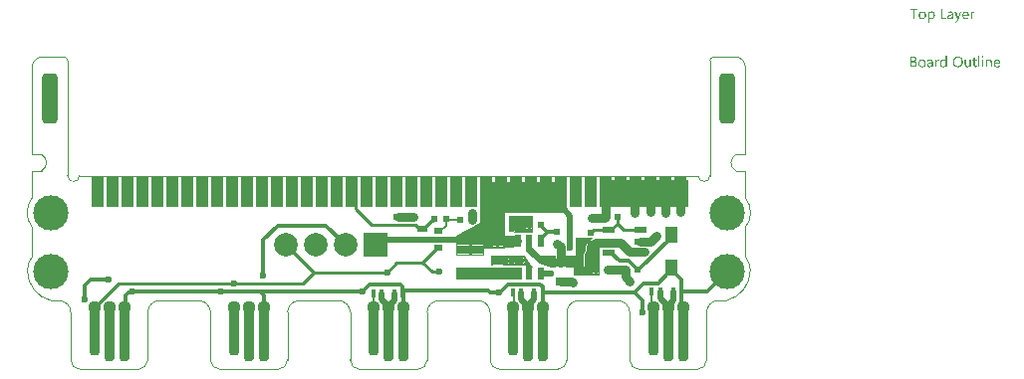
<source format=gtl>
G04*
G04 #@! TF.GenerationSoftware,Altium Limited,Altium Designer,21.9.2 (33)*
G04*
G04 Layer_Physical_Order=1*
G04 Layer_Color=255*
%FSAX25Y25*%
%MOIN*%
G70*
G04*
G04 #@! TF.SameCoordinates,2EB92662-9E55-42C7-936B-B314CFDC8511*
G04*
G04*
G04 #@! TF.FilePolarity,Positive*
G04*
G01*
G75*
%ADD10C,0.01000*%
%ADD12C,0.00394*%
%ADD13R,0.04331X0.05315*%
%ADD15R,0.02362X0.03937*%
%ADD16R,0.03937X0.02362*%
%ADD18R,0.03937X0.09843*%
%ADD19R,0.01968X0.02165*%
%ADD20R,0.01968X0.02165*%
%ADD21R,0.03543X0.02362*%
%ADD23R,0.02165X0.01968*%
%ADD25R,0.03543X0.03150*%
G04:AMPARAMS|DCode=31|XSize=35.43mil|YSize=188.98mil|CornerRadius=13.82mil|HoleSize=0mil|Usage=FLASHONLY|Rotation=180.000|XOffset=0mil|YOffset=0mil|HoleType=Round|Shape=RoundedRectangle|*
%AMROUNDEDRECTD31*
21,1,0.03543,0.16134,0,0,180.0*
21,1,0.00780,0.18898,0,0,180.0*
1,1,0.02764,-0.00390,0.08067*
1,1,0.02764,0.00390,0.08067*
1,1,0.02764,0.00390,-0.08067*
1,1,0.02764,-0.00390,-0.08067*
%
%ADD31ROUNDEDRECTD31*%
G04:AMPARAMS|DCode=32|XSize=35.43mil|YSize=169.29mil|CornerRadius=13.82mil|HoleSize=0mil|Usage=FLASHONLY|Rotation=180.000|XOffset=0mil|YOffset=0mil|HoleType=Round|Shape=RoundedRectangle|*
%AMROUNDEDRECTD32*
21,1,0.03543,0.14165,0,0,180.0*
21,1,0.00780,0.16929,0,0,180.0*
1,1,0.02764,-0.00390,0.07083*
1,1,0.02764,0.00390,0.07083*
1,1,0.02764,0.00390,-0.07083*
1,1,0.02764,-0.00390,-0.07083*
%
%ADD32ROUNDEDRECTD32*%
%ADD42C,0.04370*%
%ADD46R,0.01575X0.02756*%
%ADD47R,0.03150X0.02362*%
%ADD48R,0.08661X0.03150*%
%ADD49C,0.01197*%
%ADD50C,0.00984*%
%ADD51C,0.01181*%
%ADD52C,0.03000*%
%ADD53C,0.01968*%
%ADD54C,0.00591*%
%ADD55C,0.01339*%
%ADD56C,0.00800*%
%ADD57C,0.01199*%
%ADD58R,0.21969X0.04379*%
G04:AMPARAMS|DCode=59|XSize=51.18mil|YSize=169.29mil|CornerRadius=12.8mil|HoleSize=0mil|Usage=FLASHONLY|Rotation=0.000|XOffset=0mil|YOffset=0mil|HoleType=Round|Shape=RoundedRectangle|*
%AMROUNDEDRECTD59*
21,1,0.05118,0.14370,0,0,0.0*
21,1,0.02559,0.16929,0,0,0.0*
1,1,0.02559,0.01280,-0.07185*
1,1,0.02559,-0.01280,-0.07185*
1,1,0.02559,-0.01280,0.07185*
1,1,0.02559,0.01280,0.07185*
%
%ADD59ROUNDEDRECTD59*%
%ADD60C,0.07874*%
%ADD61R,0.07874X0.07874*%
%ADD62C,0.11811*%
%ADD63C,0.02362*%
G36*
X0056423Y0123260D02*
X0056466Y0123254D01*
X0056510Y0123248D01*
X0056621Y0123223D01*
X0056745Y0123186D01*
X0056869Y0123124D01*
X0056931Y0123087D01*
X0056992Y0123037D01*
X0057048Y0122988D01*
X0057104Y0122926D01*
X0057110Y0122919D01*
X0057116Y0122913D01*
X0057129Y0122889D01*
X0057147Y0122864D01*
X0057166Y0122833D01*
X0057191Y0122790D01*
X0057215Y0122740D01*
X0057240Y0122690D01*
X0057265Y0122628D01*
X0057290Y0122560D01*
X0057314Y0122486D01*
X0057333Y0122406D01*
X0057364Y0122226D01*
X0057376Y0122127D01*
Y0122022D01*
Y0122016D01*
Y0121997D01*
Y0121960D01*
X0057370Y0121917D01*
Y0121867D01*
X0057358Y0121805D01*
X0057351Y0121737D01*
X0057339Y0121663D01*
X0057302Y0121502D01*
X0057246Y0121335D01*
X0057209Y0121254D01*
X0057172Y0121174D01*
X0057122Y0121093D01*
X0057067Y0121019D01*
X0057060Y0121013D01*
X0057054Y0121001D01*
X0057036Y0120982D01*
X0057011Y0120963D01*
X0056980Y0120932D01*
X0056943Y0120902D01*
X0056900Y0120864D01*
X0056850Y0120833D01*
X0056794Y0120796D01*
X0056732Y0120759D01*
X0056584Y0120703D01*
X0056503Y0120679D01*
X0056423Y0120660D01*
X0056330Y0120648D01*
X0056231Y0120642D01*
X0056182D01*
X0056151Y0120648D01*
X0056107Y0120654D01*
X0056064Y0120666D01*
X0055953Y0120691D01*
X0055835Y0120741D01*
X0055767Y0120778D01*
X0055705Y0120815D01*
X0055643Y0120864D01*
X0055587Y0120920D01*
X0055525Y0120982D01*
X0055476Y0121056D01*
X0055463D01*
Y0119546D01*
X0055061D01*
Y0123210D01*
X0055463D01*
Y0122765D01*
X0055476D01*
X0055482Y0122771D01*
X0055488Y0122790D01*
X0055507Y0122814D01*
X0055532Y0122845D01*
X0055563Y0122882D01*
X0055600Y0122926D01*
X0055643Y0122969D01*
X0055699Y0123019D01*
X0055754Y0123062D01*
X0055816Y0123105D01*
X0055891Y0123149D01*
X0055965Y0123186D01*
X0056052Y0123223D01*
X0056144Y0123248D01*
X0056237Y0123260D01*
X0056343Y0123266D01*
X0056392D01*
X0056423Y0123260D01*
D02*
G37*
G36*
X0070536Y0123248D02*
X0070610Y0123241D01*
X0070654Y0123229D01*
X0070685Y0123217D01*
Y0122802D01*
X0070679Y0122808D01*
X0070666Y0122814D01*
X0070641Y0122827D01*
X0070610Y0122845D01*
X0070567Y0122858D01*
X0070511Y0122870D01*
X0070450Y0122876D01*
X0070381Y0122882D01*
X0070369D01*
X0070338Y0122876D01*
X0070289Y0122870D01*
X0070233Y0122851D01*
X0070159Y0122820D01*
X0070091Y0122777D01*
X0070016Y0122715D01*
X0069948Y0122635D01*
X0069942Y0122622D01*
X0069923Y0122591D01*
X0069892Y0122536D01*
X0069862Y0122461D01*
X0069831Y0122369D01*
X0069800Y0122251D01*
X0069781Y0122121D01*
X0069775Y0121972D01*
Y0120697D01*
X0069372D01*
Y0123210D01*
X0069775D01*
Y0122690D01*
X0069787D01*
Y0122697D01*
X0069793Y0122703D01*
X0069806Y0122734D01*
X0069824Y0122783D01*
X0069855Y0122845D01*
X0069886Y0122907D01*
X0069936Y0122975D01*
X0069985Y0123043D01*
X0070047Y0123105D01*
X0070053Y0123111D01*
X0070078Y0123130D01*
X0070115Y0123155D01*
X0070165Y0123179D01*
X0070221Y0123204D01*
X0070289Y0123229D01*
X0070363Y0123248D01*
X0070443Y0123254D01*
X0070499D01*
X0070536Y0123248D01*
D02*
G37*
G36*
X0065157Y0120295D02*
X0065151Y0120289D01*
X0065145Y0120264D01*
X0065126Y0120221D01*
X0065101Y0120171D01*
X0065070Y0120115D01*
X0065027Y0120047D01*
X0064984Y0119979D01*
X0064934Y0119905D01*
X0064872Y0119831D01*
X0064810Y0119763D01*
X0064736Y0119694D01*
X0064656Y0119639D01*
X0064575Y0119589D01*
X0064482Y0119546D01*
X0064389Y0119521D01*
X0064284Y0119515D01*
X0064229D01*
X0064191Y0119521D01*
X0064111Y0119534D01*
X0064024Y0119552D01*
Y0119911D01*
X0064030D01*
X0064049Y0119905D01*
X0064074Y0119899D01*
X0064105Y0119893D01*
X0064179Y0119874D01*
X0064259Y0119868D01*
X0064272D01*
X0064309Y0119874D01*
X0064365Y0119886D01*
X0064433Y0119911D01*
X0064507Y0119954D01*
X0064544Y0119985D01*
X0064581Y0120022D01*
X0064618Y0120060D01*
X0064656Y0120109D01*
X0064687Y0120165D01*
X0064718Y0120227D01*
X0064922Y0120697D01*
X0063938Y0123210D01*
X0064383D01*
X0065064Y0121273D01*
Y0121267D01*
X0065070Y0121254D01*
X0065077Y0121236D01*
X0065083Y0121211D01*
X0065089Y0121174D01*
X0065101Y0121137D01*
X0065114Y0121081D01*
X0065132D01*
Y0121093D01*
X0065145Y0121131D01*
X0065157Y0121186D01*
X0065182Y0121267D01*
X0065894Y0123210D01*
X0066308D01*
X0065157Y0120295D01*
D02*
G37*
G36*
X0062749Y0123260D02*
X0062805Y0123254D01*
X0062873Y0123235D01*
X0062947Y0123217D01*
X0063028Y0123186D01*
X0063114Y0123149D01*
X0063195Y0123099D01*
X0063275Y0123037D01*
X0063350Y0122963D01*
X0063418Y0122870D01*
X0063473Y0122765D01*
X0063517Y0122641D01*
X0063542Y0122499D01*
X0063554Y0122331D01*
Y0120697D01*
X0063152D01*
Y0121087D01*
X0063139D01*
Y0121081D01*
X0063127Y0121069D01*
X0063114Y0121044D01*
X0063090Y0121019D01*
X0063028Y0120945D01*
X0062947Y0120864D01*
X0062836Y0120784D01*
X0062706Y0120710D01*
X0062625Y0120685D01*
X0062545Y0120660D01*
X0062458Y0120648D01*
X0062365Y0120642D01*
X0062328D01*
X0062304Y0120648D01*
X0062235Y0120654D01*
X0062155Y0120666D01*
X0062056Y0120691D01*
X0061963Y0120722D01*
X0061864Y0120772D01*
X0061777Y0120833D01*
X0061771Y0120846D01*
X0061746Y0120871D01*
X0061709Y0120914D01*
X0061672Y0120976D01*
X0061635Y0121050D01*
X0061598Y0121137D01*
X0061573Y0121242D01*
X0061567Y0121360D01*
Y0121366D01*
Y0121390D01*
X0061573Y0121428D01*
X0061579Y0121471D01*
X0061592Y0121527D01*
X0061610Y0121589D01*
X0061635Y0121657D01*
X0061672Y0121725D01*
X0061715Y0121799D01*
X0061771Y0121873D01*
X0061839Y0121941D01*
X0061920Y0122003D01*
X0062012Y0122065D01*
X0062124Y0122115D01*
X0062248Y0122152D01*
X0062396Y0122183D01*
X0063152Y0122288D01*
Y0122294D01*
Y0122313D01*
X0063145Y0122350D01*
Y0122387D01*
X0063133Y0122437D01*
X0063127Y0122492D01*
X0063090Y0122610D01*
X0063059Y0122666D01*
X0063028Y0122721D01*
X0062984Y0122777D01*
X0062935Y0122827D01*
X0062873Y0122870D01*
X0062805Y0122901D01*
X0062724Y0122919D01*
X0062631Y0122926D01*
X0062588D01*
X0062557Y0122919D01*
X0062514D01*
X0062471Y0122907D01*
X0062359Y0122889D01*
X0062235Y0122851D01*
X0062099Y0122796D01*
X0062025Y0122758D01*
X0061957Y0122721D01*
X0061883Y0122672D01*
X0061814Y0122616D01*
Y0123031D01*
X0061821D01*
X0061833Y0123043D01*
X0061852Y0123056D01*
X0061883Y0123068D01*
X0061914Y0123087D01*
X0061957Y0123105D01*
X0062006Y0123124D01*
X0062062Y0123149D01*
X0062186Y0123192D01*
X0062334Y0123229D01*
X0062495Y0123254D01*
X0062669Y0123266D01*
X0062706D01*
X0062749Y0123260D01*
D02*
G37*
G36*
X0059858Y0121069D02*
X0061270D01*
Y0120697D01*
X0059444D01*
Y0124213D01*
X0059858D01*
Y0121069D01*
D02*
G37*
G36*
X0051619Y0123842D02*
X0050604D01*
Y0120697D01*
X0050196D01*
Y0123842D01*
X0049181D01*
Y0124213D01*
X0051619D01*
Y0123842D01*
D02*
G37*
G36*
X0067813Y0123260D02*
X0067856Y0123254D01*
X0067899Y0123248D01*
X0068011Y0123229D01*
X0068134Y0123186D01*
X0068258Y0123130D01*
X0068320Y0123093D01*
X0068382Y0123049D01*
X0068438Y0123000D01*
X0068493Y0122944D01*
X0068500Y0122938D01*
X0068506Y0122932D01*
X0068518Y0122913D01*
X0068537Y0122889D01*
X0068555Y0122851D01*
X0068580Y0122814D01*
X0068605Y0122771D01*
X0068630Y0122715D01*
X0068654Y0122653D01*
X0068679Y0122591D01*
X0068704Y0122517D01*
X0068722Y0122437D01*
X0068741Y0122350D01*
X0068753Y0122263D01*
X0068766Y0122164D01*
Y0122059D01*
Y0121849D01*
X0066989D01*
Y0121842D01*
Y0121830D01*
Y0121811D01*
X0066996Y0121781D01*
X0067002Y0121743D01*
Y0121706D01*
X0067020Y0121607D01*
X0067051Y0121508D01*
X0067088Y0121397D01*
X0067144Y0121291D01*
X0067212Y0121199D01*
X0067225Y0121186D01*
X0067249Y0121161D01*
X0067299Y0121131D01*
X0067367Y0121087D01*
X0067453Y0121044D01*
X0067553Y0121013D01*
X0067670Y0120988D01*
X0067806Y0120976D01*
X0067850D01*
X0067881Y0120982D01*
X0067918D01*
X0067961Y0120988D01*
X0068066Y0121013D01*
X0068184Y0121044D01*
X0068314Y0121093D01*
X0068450Y0121161D01*
X0068518Y0121205D01*
X0068586Y0121254D01*
Y0120877D01*
X0068580D01*
X0068574Y0120864D01*
X0068555Y0120858D01*
X0068524Y0120840D01*
X0068493Y0120821D01*
X0068456Y0120802D01*
X0068407Y0120784D01*
X0068357Y0120759D01*
X0068295Y0120734D01*
X0068227Y0120716D01*
X0068079Y0120679D01*
X0067905Y0120654D01*
X0067713Y0120642D01*
X0067664D01*
X0067627Y0120648D01*
X0067584Y0120654D01*
X0067528Y0120660D01*
X0067410Y0120685D01*
X0067274Y0120722D01*
X0067138Y0120784D01*
X0067070Y0120827D01*
X0067002Y0120871D01*
X0066940Y0120920D01*
X0066878Y0120982D01*
X0066872Y0120988D01*
X0066865Y0121001D01*
X0066853Y0121019D01*
X0066828Y0121044D01*
X0066810Y0121081D01*
X0066785Y0121124D01*
X0066754Y0121174D01*
X0066729Y0121230D01*
X0066698Y0121291D01*
X0066674Y0121366D01*
X0066643Y0121446D01*
X0066624Y0121533D01*
X0066606Y0121626D01*
X0066587Y0121725D01*
X0066581Y0121830D01*
X0066575Y0121941D01*
Y0121948D01*
Y0121966D01*
Y0121997D01*
X0066581Y0122040D01*
X0066587Y0122090D01*
X0066593Y0122146D01*
X0066599Y0122214D01*
X0066618Y0122282D01*
X0066655Y0122430D01*
X0066711Y0122591D01*
X0066748Y0122672D01*
X0066797Y0122746D01*
X0066847Y0122827D01*
X0066903Y0122895D01*
X0066909Y0122901D01*
X0066921Y0122913D01*
X0066940Y0122932D01*
X0066965Y0122950D01*
X0066996Y0122981D01*
X0067033Y0123012D01*
X0067082Y0123043D01*
X0067132Y0123080D01*
X0067249Y0123149D01*
X0067392Y0123210D01*
X0067472Y0123229D01*
X0067553Y0123248D01*
X0067639Y0123260D01*
X0067732Y0123266D01*
X0067782D01*
X0067813Y0123260D01*
D02*
G37*
G36*
X0053322D02*
X0053365Y0123254D01*
X0053421Y0123248D01*
X0053545Y0123223D01*
X0053687Y0123179D01*
X0053829Y0123117D01*
X0053904Y0123080D01*
X0053972Y0123037D01*
X0054040Y0122981D01*
X0054102Y0122919D01*
X0054108Y0122913D01*
X0054114Y0122901D01*
X0054133Y0122882D01*
X0054151Y0122858D01*
X0054176Y0122820D01*
X0054201Y0122777D01*
X0054232Y0122728D01*
X0054263Y0122672D01*
X0054287Y0122604D01*
X0054318Y0122536D01*
X0054343Y0122455D01*
X0054368Y0122369D01*
X0054387Y0122276D01*
X0054405Y0122177D01*
X0054411Y0122071D01*
X0054417Y0121960D01*
Y0121954D01*
Y0121935D01*
Y0121904D01*
X0054411Y0121861D01*
X0054405Y0121811D01*
X0054399Y0121749D01*
X0054387Y0121688D01*
X0054374Y0121613D01*
X0054337Y0121465D01*
X0054275Y0121304D01*
X0054238Y0121223D01*
X0054188Y0121143D01*
X0054139Y0121069D01*
X0054077Y0121001D01*
X0054071Y0120994D01*
X0054058Y0120988D01*
X0054040Y0120970D01*
X0054015Y0120945D01*
X0053978Y0120920D01*
X0053941Y0120889D01*
X0053891Y0120852D01*
X0053836Y0120821D01*
X0053774Y0120790D01*
X0053706Y0120753D01*
X0053631Y0120722D01*
X0053551Y0120697D01*
X0053464Y0120673D01*
X0053371Y0120660D01*
X0053272Y0120648D01*
X0053167Y0120642D01*
X0053111D01*
X0053074Y0120648D01*
X0053031Y0120654D01*
X0052975Y0120660D01*
X0052913Y0120673D01*
X0052845Y0120685D01*
X0052703Y0120728D01*
X0052554Y0120790D01*
X0052480Y0120827D01*
X0052412Y0120877D01*
X0052344Y0120926D01*
X0052276Y0120988D01*
X0052270Y0120994D01*
X0052263Y0121007D01*
X0052245Y0121025D01*
X0052226Y0121050D01*
X0052201Y0121087D01*
X0052170Y0121131D01*
X0052140Y0121180D01*
X0052115Y0121236D01*
X0052084Y0121304D01*
X0052053Y0121372D01*
X0052022Y0121446D01*
X0051997Y0121533D01*
X0051960Y0121719D01*
X0051954Y0121818D01*
X0051948Y0121923D01*
Y0121929D01*
Y0121954D01*
Y0121985D01*
X0051954Y0122028D01*
X0051960Y0122078D01*
X0051966Y0122140D01*
X0051978Y0122208D01*
X0051991Y0122282D01*
X0052028Y0122443D01*
X0052090Y0122604D01*
X0052133Y0122684D01*
X0052177Y0122765D01*
X0052226Y0122839D01*
X0052288Y0122907D01*
X0052294Y0122913D01*
X0052307Y0122926D01*
X0052325Y0122938D01*
X0052350Y0122963D01*
X0052387Y0122988D01*
X0052430Y0123019D01*
X0052480Y0123056D01*
X0052536Y0123087D01*
X0052598Y0123117D01*
X0052672Y0123155D01*
X0052746Y0123186D01*
X0052833Y0123210D01*
X0052919Y0123235D01*
X0053018Y0123254D01*
X0053124Y0123260D01*
X0053229Y0123266D01*
X0053285D01*
X0053322Y0123260D01*
D02*
G37*
G36*
X0073390Y0108274D02*
X0073414D01*
X0073470Y0108250D01*
X0073501Y0108231D01*
X0073532Y0108206D01*
X0073538Y0108200D01*
X0073545Y0108194D01*
X0073576Y0108157D01*
X0073600Y0108095D01*
X0073606Y0108058D01*
X0073613Y0108021D01*
Y0108015D01*
Y0108002D01*
X0073606Y0107984D01*
X0073600Y0107959D01*
X0073582Y0107897D01*
X0073557Y0107866D01*
X0073532Y0107835D01*
X0073526D01*
X0073520Y0107823D01*
X0073483Y0107798D01*
X0073427Y0107773D01*
X0073390Y0107767D01*
X0073353Y0107761D01*
X0073334D01*
X0073316Y0107767D01*
X0073291D01*
X0073229Y0107792D01*
X0073198Y0107804D01*
X0073167Y0107829D01*
Y0107835D01*
X0073154Y0107841D01*
X0073142Y0107860D01*
X0073130Y0107878D01*
X0073105Y0107940D01*
X0073099Y0107977D01*
X0073093Y0108021D01*
Y0108027D01*
Y0108039D01*
X0073099Y0108058D01*
X0073105Y0108089D01*
X0073124Y0108144D01*
X0073142Y0108176D01*
X0073167Y0108206D01*
X0073173Y0108213D01*
X0073179Y0108219D01*
X0073216Y0108244D01*
X0073278Y0108268D01*
X0073316Y0108281D01*
X0073371D01*
X0073390Y0108274D01*
D02*
G37*
G36*
X0061400Y0104610D02*
X0060997D01*
Y0105031D01*
X0060985D01*
Y0105025D01*
X0060973Y0105012D01*
X0060954Y0104988D01*
X0060935Y0104957D01*
X0060905Y0104920D01*
X0060867Y0104882D01*
X0060824Y0104839D01*
X0060774Y0104796D01*
X0060719Y0104746D01*
X0060651Y0104703D01*
X0060583Y0104666D01*
X0060502Y0104629D01*
X0060422Y0104598D01*
X0060329Y0104573D01*
X0060230Y0104560D01*
X0060125Y0104554D01*
X0060081D01*
X0060044Y0104560D01*
X0060007Y0104567D01*
X0059957Y0104573D01*
X0059852Y0104598D01*
X0059728Y0104635D01*
X0059605Y0104697D01*
X0059536Y0104734D01*
X0059481Y0104777D01*
X0059419Y0104833D01*
X0059363Y0104889D01*
Y0104895D01*
X0059351Y0104907D01*
X0059338Y0104926D01*
X0059320Y0104950D01*
X0059301Y0104981D01*
X0059277Y0105025D01*
X0059252Y0105074D01*
X0059227Y0105130D01*
X0059196Y0105192D01*
X0059171Y0105260D01*
X0059147Y0105334D01*
X0059128Y0105415D01*
X0059109Y0105501D01*
X0059097Y0105600D01*
X0059091Y0105700D01*
X0059085Y0105805D01*
Y0105811D01*
Y0105830D01*
Y0105867D01*
X0059091Y0105910D01*
X0059097Y0105959D01*
X0059103Y0106021D01*
X0059109Y0106089D01*
X0059122Y0106164D01*
X0059159Y0106325D01*
X0059215Y0106492D01*
X0059252Y0106572D01*
X0059295Y0106653D01*
X0059338Y0106727D01*
X0059394Y0106801D01*
X0059400Y0106807D01*
X0059407Y0106820D01*
X0059425Y0106838D01*
X0059450Y0106863D01*
X0059481Y0106888D01*
X0059524Y0106919D01*
X0059567Y0106956D01*
X0059617Y0106993D01*
X0059741Y0107061D01*
X0059883Y0107123D01*
X0059964Y0107142D01*
X0060050Y0107160D01*
X0060137Y0107173D01*
X0060236Y0107179D01*
X0060286D01*
X0060323Y0107173D01*
X0060360Y0107167D01*
X0060409Y0107160D01*
X0060521Y0107129D01*
X0060645Y0107080D01*
X0060706Y0107049D01*
X0060768Y0107006D01*
X0060830Y0106962D01*
X0060886Y0106906D01*
X0060935Y0106845D01*
X0060985Y0106770D01*
X0060997D01*
Y0108330D01*
X0061400D01*
Y0104610D01*
D02*
G37*
G36*
X0075668Y0107173D02*
X0075742Y0107167D01*
X0075835Y0107148D01*
X0075934Y0107117D01*
X0076039Y0107068D01*
X0076144Y0106999D01*
X0076188Y0106962D01*
X0076231Y0106913D01*
X0076243Y0106900D01*
X0076268Y0106863D01*
X0076299Y0106801D01*
X0076342Y0106715D01*
X0076380Y0106609D01*
X0076417Y0106479D01*
X0076441Y0106325D01*
X0076448Y0106145D01*
Y0104610D01*
X0076045D01*
Y0106040D01*
Y0106046D01*
Y0106077D01*
X0076039Y0106114D01*
Y0106164D01*
X0076027Y0106226D01*
X0076014Y0106294D01*
X0075996Y0106368D01*
X0075971Y0106442D01*
X0075940Y0106517D01*
X0075903Y0106585D01*
X0075853Y0106653D01*
X0075798Y0106715D01*
X0075736Y0106764D01*
X0075655Y0106801D01*
X0075569Y0106832D01*
X0075463Y0106838D01*
X0075451D01*
X0075414Y0106832D01*
X0075358Y0106826D01*
X0075290Y0106807D01*
X0075210Y0106783D01*
X0075123Y0106739D01*
X0075042Y0106684D01*
X0074962Y0106609D01*
X0074956Y0106597D01*
X0074931Y0106572D01*
X0074900Y0106523D01*
X0074863Y0106455D01*
X0074826Y0106374D01*
X0074795Y0106275D01*
X0074770Y0106164D01*
X0074764Y0106040D01*
Y0104610D01*
X0074362D01*
Y0107123D01*
X0074764D01*
Y0106702D01*
X0074776D01*
X0074783Y0106708D01*
X0074789Y0106721D01*
X0074807Y0106746D01*
X0074832Y0106776D01*
X0074857Y0106814D01*
X0074894Y0106851D01*
X0074937Y0106894D01*
X0074987Y0106944D01*
X0075042Y0106987D01*
X0075104Y0107030D01*
X0075173Y0107068D01*
X0075247Y0107105D01*
X0075321Y0107136D01*
X0075408Y0107160D01*
X0075501Y0107173D01*
X0075600Y0107179D01*
X0075637D01*
X0075668Y0107173D01*
D02*
G37*
G36*
X0058670Y0107160D02*
X0058744Y0107154D01*
X0058788Y0107142D01*
X0058819Y0107129D01*
Y0106715D01*
X0058812Y0106721D01*
X0058800Y0106727D01*
X0058775Y0106739D01*
X0058744Y0106758D01*
X0058701Y0106770D01*
X0058645Y0106783D01*
X0058583Y0106789D01*
X0058515Y0106795D01*
X0058503D01*
X0058472Y0106789D01*
X0058422Y0106783D01*
X0058367Y0106764D01*
X0058292Y0106733D01*
X0058224Y0106690D01*
X0058150Y0106628D01*
X0058082Y0106547D01*
X0058076Y0106535D01*
X0058057Y0106504D01*
X0058026Y0106448D01*
X0057995Y0106374D01*
X0057964Y0106281D01*
X0057933Y0106164D01*
X0057915Y0106034D01*
X0057909Y0105885D01*
Y0104610D01*
X0057506D01*
Y0107123D01*
X0057909D01*
Y0106603D01*
X0057921D01*
Y0106609D01*
X0057927Y0106616D01*
X0057939Y0106647D01*
X0057958Y0106696D01*
X0057989Y0106758D01*
X0058020Y0106820D01*
X0058069Y0106888D01*
X0058119Y0106956D01*
X0058181Y0107018D01*
X0058187Y0107024D01*
X0058212Y0107043D01*
X0058249Y0107068D01*
X0058298Y0107092D01*
X0058354Y0107117D01*
X0058422Y0107142D01*
X0058497Y0107160D01*
X0058577Y0107167D01*
X0058633D01*
X0058670Y0107160D01*
D02*
G37*
G36*
X0069410Y0104610D02*
X0069007D01*
Y0105006D01*
X0068995D01*
Y0105000D01*
X0068982Y0104988D01*
X0068970Y0104963D01*
X0068945Y0104938D01*
X0068890Y0104864D01*
X0068803Y0104783D01*
X0068753Y0104740D01*
X0068698Y0104697D01*
X0068636Y0104660D01*
X0068562Y0104622D01*
X0068487Y0104598D01*
X0068407Y0104573D01*
X0068314Y0104560D01*
X0068221Y0104554D01*
X0068184D01*
X0068141Y0104560D01*
X0068079Y0104573D01*
X0068011Y0104585D01*
X0067936Y0104610D01*
X0067856Y0104641D01*
X0067775Y0104691D01*
X0067689Y0104746D01*
X0067608Y0104814D01*
X0067534Y0104901D01*
X0067466Y0105006D01*
X0067404Y0105124D01*
X0067361Y0105266D01*
X0067336Y0105433D01*
X0067324Y0105520D01*
Y0105619D01*
Y0107123D01*
X0067720D01*
Y0105681D01*
Y0105675D01*
Y0105650D01*
X0067726Y0105607D01*
X0067732Y0105557D01*
X0067738Y0105495D01*
X0067751Y0105433D01*
X0067769Y0105359D01*
X0067794Y0105285D01*
X0067831Y0105210D01*
X0067868Y0105142D01*
X0067918Y0105074D01*
X0067980Y0105012D01*
X0068048Y0104963D01*
X0068128Y0104926D01*
X0068227Y0104895D01*
X0068332Y0104889D01*
X0068345D01*
X0068382Y0104895D01*
X0068438Y0104901D01*
X0068500Y0104913D01*
X0068580Y0104944D01*
X0068661Y0104981D01*
X0068741Y0105031D01*
X0068815Y0105105D01*
X0068822Y0105118D01*
X0068846Y0105142D01*
X0068877Y0105192D01*
X0068914Y0105260D01*
X0068945Y0105341D01*
X0068976Y0105439D01*
X0069001Y0105551D01*
X0069007Y0105675D01*
Y0107123D01*
X0069410D01*
Y0104610D01*
D02*
G37*
G36*
X0073545D02*
X0073142D01*
Y0107123D01*
X0073545D01*
Y0104610D01*
D02*
G37*
G36*
X0072325D02*
X0071923D01*
Y0108330D01*
X0072325D01*
Y0104610D01*
D02*
G37*
G36*
X0055946Y0107173D02*
X0056002Y0107167D01*
X0056070Y0107148D01*
X0056144Y0107129D01*
X0056225Y0107098D01*
X0056312Y0107061D01*
X0056392Y0107012D01*
X0056472Y0106950D01*
X0056547Y0106876D01*
X0056615Y0106783D01*
X0056671Y0106677D01*
X0056714Y0106554D01*
X0056739Y0106411D01*
X0056751Y0106244D01*
Y0104610D01*
X0056349D01*
Y0105000D01*
X0056336D01*
Y0104994D01*
X0056324Y0104981D01*
X0056312Y0104957D01*
X0056287Y0104932D01*
X0056225Y0104858D01*
X0056144Y0104777D01*
X0056033Y0104697D01*
X0055903Y0104622D01*
X0055822Y0104598D01*
X0055742Y0104573D01*
X0055655Y0104560D01*
X0055563Y0104554D01*
X0055525D01*
X0055501Y0104560D01*
X0055433Y0104567D01*
X0055352Y0104579D01*
X0055253Y0104604D01*
X0055160Y0104635D01*
X0055061Y0104684D01*
X0054975Y0104746D01*
X0054968Y0104759D01*
X0054944Y0104783D01*
X0054906Y0104827D01*
X0054869Y0104889D01*
X0054832Y0104963D01*
X0054795Y0105050D01*
X0054770Y0105155D01*
X0054764Y0105272D01*
Y0105279D01*
Y0105303D01*
X0054770Y0105341D01*
X0054776Y0105384D01*
X0054789Y0105439D01*
X0054807Y0105501D01*
X0054832Y0105570D01*
X0054869Y0105638D01*
X0054913Y0105712D01*
X0054968Y0105786D01*
X0055036Y0105854D01*
X0055117Y0105916D01*
X0055210Y0105978D01*
X0055321Y0106027D01*
X0055445Y0106065D01*
X0055594Y0106096D01*
X0056349Y0106201D01*
Y0106207D01*
Y0106226D01*
X0056343Y0106263D01*
Y0106300D01*
X0056330Y0106349D01*
X0056324Y0106405D01*
X0056287Y0106523D01*
X0056256Y0106579D01*
X0056225Y0106634D01*
X0056182Y0106690D01*
X0056132Y0106739D01*
X0056070Y0106783D01*
X0056002Y0106814D01*
X0055922Y0106832D01*
X0055829Y0106838D01*
X0055785D01*
X0055754Y0106832D01*
X0055711D01*
X0055668Y0106820D01*
X0055556Y0106801D01*
X0055433Y0106764D01*
X0055296Y0106708D01*
X0055222Y0106671D01*
X0055154Y0106634D01*
X0055080Y0106585D01*
X0055012Y0106529D01*
Y0106944D01*
X0055018D01*
X0055030Y0106956D01*
X0055049Y0106968D01*
X0055080Y0106981D01*
X0055111Y0106999D01*
X0055154Y0107018D01*
X0055203Y0107036D01*
X0055259Y0107061D01*
X0055383Y0107105D01*
X0055532Y0107142D01*
X0055693Y0107167D01*
X0055866Y0107179D01*
X0055903D01*
X0055946Y0107173D01*
D02*
G37*
G36*
X0050258Y0108120D02*
X0050301D01*
X0050344Y0108114D01*
X0050443Y0108101D01*
X0050561Y0108070D01*
X0050685Y0108033D01*
X0050802Y0107977D01*
X0050908Y0107903D01*
X0050914D01*
X0050920Y0107891D01*
X0050951Y0107866D01*
X0050994Y0107817D01*
X0051044Y0107748D01*
X0051087Y0107662D01*
X0051130Y0107563D01*
X0051161Y0107451D01*
X0051174Y0107389D01*
Y0107321D01*
Y0107315D01*
Y0107309D01*
Y0107272D01*
X0051168Y0107216D01*
X0051155Y0107148D01*
X0051137Y0107061D01*
X0051106Y0106975D01*
X0051069Y0106888D01*
X0051013Y0106801D01*
X0051007Y0106789D01*
X0050982Y0106764D01*
X0050945Y0106727D01*
X0050895Y0106677D01*
X0050833Y0106628D01*
X0050759Y0106572D01*
X0050666Y0106529D01*
X0050567Y0106486D01*
Y0106479D01*
X0050586D01*
X0050604Y0106473D01*
X0050623Y0106467D01*
X0050691Y0106455D01*
X0050771Y0106430D01*
X0050858Y0106393D01*
X0050951Y0106349D01*
X0051044Y0106288D01*
X0051130Y0106207D01*
X0051143Y0106195D01*
X0051168Y0106164D01*
X0051199Y0106120D01*
X0051242Y0106052D01*
X0051279Y0105966D01*
X0051316Y0105867D01*
X0051341Y0105749D01*
X0051347Y0105619D01*
Y0105613D01*
Y0105600D01*
Y0105576D01*
X0051341Y0105545D01*
X0051335Y0105508D01*
X0051329Y0105464D01*
X0051304Y0105359D01*
X0051267Y0105241D01*
X0051211Y0105118D01*
X0051174Y0105062D01*
X0051130Y0105000D01*
X0051075Y0104944D01*
X0051019Y0104889D01*
X0051013D01*
X0051007Y0104876D01*
X0050988Y0104864D01*
X0050963Y0104845D01*
X0050932Y0104827D01*
X0050889Y0104802D01*
X0050796Y0104752D01*
X0050679Y0104697D01*
X0050542Y0104653D01*
X0050381Y0104622D01*
X0050301Y0104616D01*
X0050208Y0104610D01*
X0049181D01*
Y0108126D01*
X0050227D01*
X0050258Y0108120D01*
D02*
G37*
G36*
X0070753Y0107123D02*
X0071390D01*
Y0106776D01*
X0070753D01*
Y0105359D01*
Y0105347D01*
Y0105316D01*
X0070759Y0105272D01*
X0070765Y0105217D01*
X0070790Y0105099D01*
X0070809Y0105043D01*
X0070840Y0105000D01*
X0070846Y0104994D01*
X0070858Y0104981D01*
X0070877Y0104969D01*
X0070908Y0104950D01*
X0070945Y0104926D01*
X0070994Y0104913D01*
X0071056Y0104901D01*
X0071124Y0104895D01*
X0071149D01*
X0071180Y0104901D01*
X0071217Y0104907D01*
X0071304Y0104932D01*
X0071347Y0104950D01*
X0071390Y0104975D01*
Y0104629D01*
X0071384D01*
X0071366Y0104616D01*
X0071335Y0104610D01*
X0071291Y0104598D01*
X0071236Y0104585D01*
X0071174Y0104573D01*
X0071100Y0104567D01*
X0071013Y0104560D01*
X0070982D01*
X0070951Y0104567D01*
X0070908Y0104573D01*
X0070858Y0104585D01*
X0070802Y0104598D01*
X0070747Y0104622D01*
X0070685Y0104653D01*
X0070623Y0104691D01*
X0070561Y0104740D01*
X0070505Y0104796D01*
X0070456Y0104870D01*
X0070412Y0104950D01*
X0070381Y0105050D01*
X0070357Y0105161D01*
X0070350Y0105291D01*
Y0106776D01*
X0069923D01*
Y0107123D01*
X0070350D01*
Y0107736D01*
X0070753Y0107866D01*
Y0107123D01*
D02*
G37*
G36*
X0078280Y0107173D02*
X0078323Y0107167D01*
X0078367Y0107160D01*
X0078478Y0107142D01*
X0078602Y0107098D01*
X0078725Y0107043D01*
X0078787Y0107006D01*
X0078849Y0106962D01*
X0078905Y0106913D01*
X0078961Y0106857D01*
X0078967Y0106851D01*
X0078973Y0106845D01*
X0078986Y0106826D01*
X0079004Y0106801D01*
X0079023Y0106764D01*
X0079047Y0106727D01*
X0079072Y0106684D01*
X0079097Y0106628D01*
X0079122Y0106566D01*
X0079146Y0106504D01*
X0079171Y0106430D01*
X0079190Y0106349D01*
X0079208Y0106263D01*
X0079221Y0106176D01*
X0079233Y0106077D01*
Y0105972D01*
Y0105761D01*
X0077457D01*
Y0105755D01*
Y0105743D01*
Y0105724D01*
X0077463Y0105693D01*
X0077469Y0105656D01*
Y0105619D01*
X0077487Y0105520D01*
X0077518Y0105421D01*
X0077556Y0105309D01*
X0077611Y0105204D01*
X0077679Y0105111D01*
X0077692Y0105099D01*
X0077717Y0105074D01*
X0077766Y0105043D01*
X0077834Y0105000D01*
X0077921Y0104957D01*
X0078020Y0104926D01*
X0078137Y0104901D01*
X0078274Y0104889D01*
X0078317D01*
X0078348Y0104895D01*
X0078385D01*
X0078428Y0104901D01*
X0078534Y0104926D01*
X0078651Y0104957D01*
X0078781Y0105006D01*
X0078917Y0105074D01*
X0078986Y0105118D01*
X0079054Y0105167D01*
Y0104790D01*
X0079047D01*
X0079041Y0104777D01*
X0079023Y0104771D01*
X0078992Y0104752D01*
X0078961Y0104734D01*
X0078924Y0104715D01*
X0078874Y0104697D01*
X0078825Y0104672D01*
X0078763Y0104647D01*
X0078695Y0104629D01*
X0078546Y0104592D01*
X0078373Y0104567D01*
X0078181Y0104554D01*
X0078131D01*
X0078094Y0104560D01*
X0078051Y0104567D01*
X0077995Y0104573D01*
X0077877Y0104598D01*
X0077741Y0104635D01*
X0077605Y0104697D01*
X0077537Y0104740D01*
X0077469Y0104783D01*
X0077407Y0104833D01*
X0077345Y0104895D01*
X0077339Y0104901D01*
X0077333Y0104913D01*
X0077320Y0104932D01*
X0077296Y0104957D01*
X0077277Y0104994D01*
X0077252Y0105037D01*
X0077221Y0105087D01*
X0077197Y0105142D01*
X0077166Y0105204D01*
X0077141Y0105279D01*
X0077110Y0105359D01*
X0077091Y0105446D01*
X0077073Y0105538D01*
X0077054Y0105638D01*
X0077048Y0105743D01*
X0077042Y0105854D01*
Y0105860D01*
Y0105879D01*
Y0105910D01*
X0077048Y0105953D01*
X0077054Y0106003D01*
X0077060Y0106059D01*
X0077067Y0106127D01*
X0077085Y0106195D01*
X0077122Y0106343D01*
X0077178Y0106504D01*
X0077215Y0106585D01*
X0077265Y0106659D01*
X0077314Y0106739D01*
X0077370Y0106807D01*
X0077376Y0106814D01*
X0077389Y0106826D01*
X0077407Y0106845D01*
X0077432Y0106863D01*
X0077463Y0106894D01*
X0077500Y0106925D01*
X0077549Y0106956D01*
X0077599Y0106993D01*
X0077717Y0107061D01*
X0077859Y0107123D01*
X0077939Y0107142D01*
X0078020Y0107160D01*
X0078106Y0107173D01*
X0078199Y0107179D01*
X0078249D01*
X0078280Y0107173D01*
D02*
G37*
G36*
X0065237Y0108182D02*
X0065299Y0108176D01*
X0065374Y0108163D01*
X0065454Y0108144D01*
X0065541Y0108126D01*
X0065627Y0108101D01*
X0065727Y0108070D01*
X0065819Y0108027D01*
X0065918Y0107977D01*
X0066018Y0107922D01*
X0066110Y0107854D01*
X0066203Y0107779D01*
X0066290Y0107693D01*
X0066296Y0107686D01*
X0066308Y0107668D01*
X0066333Y0107643D01*
X0066358Y0107606D01*
X0066395Y0107556D01*
X0066432Y0107495D01*
X0066469Y0107427D01*
X0066513Y0107352D01*
X0066556Y0107259D01*
X0066593Y0107167D01*
X0066630Y0107061D01*
X0066667Y0106944D01*
X0066692Y0106826D01*
X0066717Y0106696D01*
X0066729Y0106554D01*
X0066736Y0106411D01*
Y0106399D01*
Y0106374D01*
Y0106331D01*
X0066729Y0106269D01*
X0066723Y0106195D01*
X0066711Y0106114D01*
X0066698Y0106021D01*
X0066680Y0105916D01*
X0066655Y0105811D01*
X0066624Y0105700D01*
X0066587Y0105588D01*
X0066544Y0105477D01*
X0066488Y0105359D01*
X0066426Y0105254D01*
X0066358Y0105149D01*
X0066277Y0105050D01*
X0066271Y0105043D01*
X0066259Y0105031D01*
X0066228Y0105006D01*
X0066197Y0104975D01*
X0066148Y0104932D01*
X0066092Y0104895D01*
X0066030Y0104845D01*
X0065956Y0104802D01*
X0065875Y0104759D01*
X0065782Y0104709D01*
X0065683Y0104672D01*
X0065572Y0104635D01*
X0065454Y0104598D01*
X0065330Y0104573D01*
X0065200Y0104560D01*
X0065058Y0104554D01*
X0065027D01*
X0064984Y0104560D01*
X0064934D01*
X0064872Y0104567D01*
X0064798Y0104579D01*
X0064718Y0104598D01*
X0064625Y0104616D01*
X0064532Y0104641D01*
X0064433Y0104672D01*
X0064334Y0104715D01*
X0064235Y0104759D01*
X0064136Y0104814D01*
X0064037Y0104882D01*
X0063944Y0104957D01*
X0063857Y0105043D01*
X0063851Y0105050D01*
X0063839Y0105068D01*
X0063814Y0105093D01*
X0063789Y0105130D01*
X0063752Y0105180D01*
X0063715Y0105241D01*
X0063678Y0105309D01*
X0063634Y0105390D01*
X0063591Y0105477D01*
X0063554Y0105570D01*
X0063517Y0105675D01*
X0063480Y0105792D01*
X0063455Y0105910D01*
X0063430Y0106040D01*
X0063418Y0106182D01*
X0063411Y0106325D01*
Y0106337D01*
Y0106362D01*
X0063418Y0106405D01*
Y0106467D01*
X0063424Y0106535D01*
X0063436Y0106622D01*
X0063449Y0106715D01*
X0063467Y0106814D01*
X0063492Y0106919D01*
X0063523Y0107030D01*
X0063560Y0107142D01*
X0063603Y0107253D01*
X0063659Y0107365D01*
X0063721Y0107476D01*
X0063789Y0107581D01*
X0063870Y0107680D01*
X0063876Y0107686D01*
X0063888Y0107705D01*
X0063919Y0107730D01*
X0063956Y0107761D01*
X0063999Y0107798D01*
X0064055Y0107841D01*
X0064123Y0107885D01*
X0064198Y0107934D01*
X0064284Y0107984D01*
X0064377Y0108027D01*
X0064476Y0108070D01*
X0064588Y0108107D01*
X0064711Y0108138D01*
X0064841Y0108169D01*
X0064978Y0108182D01*
X0065120Y0108188D01*
X0065188D01*
X0065237Y0108182D01*
D02*
G37*
G36*
X0053210Y0107173D02*
X0053254Y0107167D01*
X0053309Y0107160D01*
X0053433Y0107136D01*
X0053576Y0107092D01*
X0053718Y0107030D01*
X0053792Y0106993D01*
X0053860Y0106950D01*
X0053928Y0106894D01*
X0053990Y0106832D01*
X0053996Y0106826D01*
X0054003Y0106814D01*
X0054021Y0106795D01*
X0054040Y0106770D01*
X0054065Y0106733D01*
X0054089Y0106690D01*
X0054120Y0106640D01*
X0054151Y0106585D01*
X0054176Y0106517D01*
X0054207Y0106448D01*
X0054232Y0106368D01*
X0054256Y0106281D01*
X0054275Y0106188D01*
X0054294Y0106089D01*
X0054300Y0105984D01*
X0054306Y0105873D01*
Y0105867D01*
Y0105848D01*
Y0105817D01*
X0054300Y0105774D01*
X0054294Y0105724D01*
X0054287Y0105662D01*
X0054275Y0105600D01*
X0054263Y0105526D01*
X0054225Y0105378D01*
X0054164Y0105217D01*
X0054127Y0105136D01*
X0054077Y0105056D01*
X0054027Y0104981D01*
X0053966Y0104913D01*
X0053959Y0104907D01*
X0053947Y0104901D01*
X0053928Y0104882D01*
X0053904Y0104858D01*
X0053866Y0104833D01*
X0053829Y0104802D01*
X0053780Y0104765D01*
X0053724Y0104734D01*
X0053662Y0104703D01*
X0053594Y0104666D01*
X0053520Y0104635D01*
X0053439Y0104610D01*
X0053353Y0104585D01*
X0053260Y0104573D01*
X0053161Y0104560D01*
X0053056Y0104554D01*
X0053000D01*
X0052963Y0104560D01*
X0052919Y0104567D01*
X0052864Y0104573D01*
X0052802Y0104585D01*
X0052734Y0104598D01*
X0052591Y0104641D01*
X0052443Y0104703D01*
X0052368Y0104740D01*
X0052300Y0104790D01*
X0052232Y0104839D01*
X0052164Y0104901D01*
X0052158Y0104907D01*
X0052152Y0104920D01*
X0052133Y0104938D01*
X0052115Y0104963D01*
X0052090Y0105000D01*
X0052059Y0105043D01*
X0052028Y0105093D01*
X0052003Y0105149D01*
X0051972Y0105217D01*
X0051941Y0105285D01*
X0051911Y0105359D01*
X0051886Y0105446D01*
X0051849Y0105631D01*
X0051842Y0105730D01*
X0051836Y0105836D01*
Y0105842D01*
Y0105867D01*
Y0105898D01*
X0051842Y0105941D01*
X0051849Y0105990D01*
X0051855Y0106052D01*
X0051867Y0106120D01*
X0051880Y0106195D01*
X0051917Y0106356D01*
X0051978Y0106517D01*
X0052022Y0106597D01*
X0052065Y0106677D01*
X0052115Y0106752D01*
X0052177Y0106820D01*
X0052183Y0106826D01*
X0052195Y0106838D01*
X0052214Y0106851D01*
X0052239Y0106876D01*
X0052276Y0106900D01*
X0052319Y0106931D01*
X0052368Y0106968D01*
X0052424Y0106999D01*
X0052486Y0107030D01*
X0052560Y0107068D01*
X0052635Y0107098D01*
X0052721Y0107123D01*
X0052808Y0107148D01*
X0052907Y0107167D01*
X0053012Y0107173D01*
X0053118Y0107179D01*
X0053173D01*
X0053210Y0107173D01*
D02*
G37*
G36*
X-0025197Y0057812D02*
X-0025899D01*
Y0062234D01*
X-0029836D01*
Y0057812D01*
X-0030899D01*
Y0062234D01*
X-0034836D01*
Y0057812D01*
X-0035899D01*
Y0062234D01*
X-0039836D01*
Y0057812D01*
X-0040899D01*
Y0062234D01*
X-0044836D01*
Y0057812D01*
X-0045899D01*
Y0062234D01*
X-0049836D01*
Y0057812D01*
X-0050899D01*
Y0062234D01*
X-0052867D01*
Y0063234D01*
X-0050899D01*
Y0066691D01*
X-0049836D01*
Y0063234D01*
X-0045899D01*
Y0066691D01*
X-0044836D01*
Y0063234D01*
X-0040899D01*
Y0066691D01*
X-0039836D01*
Y0063234D01*
X-0035899D01*
Y0066691D01*
X-0034836D01*
Y0063234D01*
X-0030899D01*
Y0066691D01*
X-0029836D01*
Y0063234D01*
X-0025899D01*
Y0066691D01*
X-0025197D01*
Y0057812D01*
D02*
G37*
G36*
X-0065761Y0055883D02*
X-0086460D01*
Y0048030D01*
X-0083293Y0048045D01*
Y0046779D01*
X-0082112D01*
X-0080931D01*
Y0048057D01*
X-0080899Y0048057D01*
Y0044310D01*
X-0086360Y0044219D01*
Y0043818D01*
X-0091360D01*
X-0093336Y0043848D01*
X-0093367Y0041446D01*
X-0102867D01*
Y0048057D01*
X-0094895Y0052290D01*
X-0094895Y0065726D01*
X-0094836Y0065785D01*
Y0063234D01*
X-0090899D01*
Y0066119D01*
X-0089836D01*
Y0063234D01*
X-0085899D01*
Y0066119D01*
X-0084836D01*
Y0063234D01*
X-0080899D01*
Y0066119D01*
X-0079836D01*
Y0063234D01*
X-0075899D01*
Y0066119D01*
X-0074836D01*
Y0063234D01*
X-0070899D01*
Y0066119D01*
X-0069836D01*
Y0063234D01*
X-0065899D01*
Y0066119D01*
X-0065761D01*
Y0055883D01*
D02*
G37*
G36*
X-0077240Y0049133D02*
X-0084045D01*
X-0083849Y0049172D01*
X-0083458Y0049433D01*
X-0083223Y0049784D01*
X-0084309D01*
Y0050284D01*
X-0084809D01*
Y0051371D01*
X-0085161Y0051136D01*
X-0085298Y0050931D01*
Y0052847D01*
X-0085155Y0052634D01*
X-0084803Y0052399D01*
Y0053485D01*
Y0054572D01*
X-0085155Y0054337D01*
X-0085298Y0054123D01*
Y0054697D01*
X-0077240D01*
Y0049133D01*
D02*
G37*
G36*
X-0054734Y0047558D02*
Y0047407D01*
X-0056256D01*
X-0056841Y0047290D01*
X-0057337Y0046959D01*
X-0058027Y0046268D01*
X-0058915D01*
Y0045675D01*
X-0059246Y0045180D01*
X-0059362Y0044595D01*
Y0043171D01*
X-0059601Y0043011D01*
X-0059933Y0042515D01*
X-0060049Y0041929D01*
Y0038016D01*
X-0059454Y0037420D01*
X-0057057D01*
Y0037133D01*
X-0056073D01*
X-0055089D01*
Y0037420D01*
X-0054734D01*
X-0055089D01*
Y0037716D01*
X-0056303D01*
Y0043666D01*
X-0055622Y0044348D01*
X-0054734D01*
X-0054734Y0037420D01*
Y0034781D01*
X-0063480D01*
Y0037420D01*
X-0071285Y0037420D01*
X-0074904Y0038897D01*
X-0079553Y0042834D01*
Y0044310D01*
X-0078872D01*
Y0046279D01*
X-0077872D01*
Y0044310D01*
X-0077367D01*
X-0074632Y0041364D01*
X-0069397Y0041403D01*
Y0040670D01*
X-0069639D01*
Y0039595D01*
X-0067867D01*
X-0066096D01*
Y0040670D01*
X-0066338D01*
Y0041425D01*
X-0063480Y0041446D01*
D01*
D01*
X-0062867Y0041450D01*
X-0062867Y0047558D01*
X-0054734Y0047558D01*
D02*
G37*
G36*
X-0091049Y0041276D02*
X-0079711D01*
X-0078742Y0039764D01*
X-0077240Y0037420D01*
X-0077872D01*
Y0035452D01*
X-0078372D01*
Y0034952D01*
X-0079553D01*
Y0033510D01*
X-0079569Y0033510D01*
Y0038163D01*
X-0080893D01*
X-0080899Y0038165D01*
X-0087089D01*
Y0039184D01*
X-0088860D01*
Y0039684D01*
D01*
Y0039184D01*
X-0090632D01*
Y0038165D01*
X-0091208D01*
X-0091137Y0041364D01*
X-0091049Y0041276D01*
D02*
G37*
G36*
X-0077228Y0033462D02*
X-0078261Y0033483D01*
X-0077228D01*
Y0033462D01*
D02*
G37*
%LPC*%
G36*
X0056243Y0122926D02*
X0056213D01*
X0056188Y0122919D01*
X0056120Y0122913D01*
X0056039Y0122895D01*
X0055953Y0122864D01*
X0055853Y0122820D01*
X0055761Y0122758D01*
X0055674Y0122678D01*
X0055668Y0122666D01*
X0055643Y0122635D01*
X0055606Y0122585D01*
X0055569Y0122511D01*
X0055532Y0122424D01*
X0055494Y0122319D01*
X0055470Y0122201D01*
X0055463Y0122071D01*
Y0121719D01*
Y0121712D01*
Y0121706D01*
X0055470Y0121669D01*
X0055476Y0121607D01*
X0055488Y0121539D01*
X0055513Y0121452D01*
X0055550Y0121366D01*
X0055600Y0121279D01*
X0055668Y0121193D01*
X0055680Y0121186D01*
X0055705Y0121161D01*
X0055748Y0121124D01*
X0055810Y0121087D01*
X0055884Y0121044D01*
X0055971Y0121013D01*
X0056070Y0120988D01*
X0056182Y0120976D01*
X0056219D01*
X0056243Y0120982D01*
X0056305Y0120988D01*
X0056392Y0121013D01*
X0056479Y0121044D01*
X0056578Y0121093D01*
X0056671Y0121161D01*
X0056714Y0121205D01*
X0056751Y0121254D01*
Y0121260D01*
X0056757Y0121267D01*
X0056770Y0121285D01*
X0056782Y0121304D01*
X0056801Y0121335D01*
X0056819Y0121372D01*
X0056856Y0121459D01*
X0056893Y0121570D01*
X0056931Y0121700D01*
X0056955Y0121855D01*
X0056962Y0122034D01*
Y0122040D01*
Y0122053D01*
Y0122071D01*
Y0122102D01*
X0056955Y0122140D01*
X0056949Y0122177D01*
X0056937Y0122269D01*
X0056912Y0122375D01*
X0056881Y0122486D01*
X0056832Y0122591D01*
X0056770Y0122684D01*
X0056763Y0122697D01*
X0056732Y0122721D01*
X0056689Y0122758D01*
X0056633Y0122808D01*
X0056559Y0122851D01*
X0056466Y0122889D01*
X0056361Y0122913D01*
X0056243Y0122926D01*
D02*
G37*
G36*
X0063152Y0121966D02*
X0062545Y0121879D01*
X0062533D01*
X0062502Y0121873D01*
X0062452Y0121861D01*
X0062390Y0121849D01*
X0062322Y0121830D01*
X0062248Y0121805D01*
X0062186Y0121781D01*
X0062124Y0121743D01*
X0062118Y0121737D01*
X0062099Y0121725D01*
X0062081Y0121700D01*
X0062056Y0121663D01*
X0062025Y0121613D01*
X0062006Y0121552D01*
X0061988Y0121477D01*
X0061982Y0121390D01*
Y0121384D01*
Y0121360D01*
X0061988Y0121329D01*
X0062000Y0121285D01*
X0062012Y0121236D01*
X0062037Y0121186D01*
X0062068Y0121137D01*
X0062112Y0121087D01*
X0062118Y0121081D01*
X0062136Y0121069D01*
X0062167Y0121050D01*
X0062204Y0121031D01*
X0062254Y0121013D01*
X0062316Y0120994D01*
X0062384Y0120982D01*
X0062464Y0120976D01*
X0062477D01*
X0062514Y0120982D01*
X0062570Y0120988D01*
X0062638Y0121001D01*
X0062712Y0121025D01*
X0062799Y0121063D01*
X0062879Y0121118D01*
X0062953Y0121186D01*
X0062960Y0121199D01*
X0062984Y0121223D01*
X0063015Y0121267D01*
X0063052Y0121329D01*
X0063090Y0121409D01*
X0063121Y0121496D01*
X0063145Y0121601D01*
X0063152Y0121712D01*
Y0121966D01*
D02*
G37*
G36*
X0067726Y0122926D02*
X0067676D01*
X0067627Y0122913D01*
X0067559Y0122901D01*
X0067484Y0122876D01*
X0067398Y0122839D01*
X0067317Y0122790D01*
X0067237Y0122721D01*
X0067231Y0122715D01*
X0067206Y0122684D01*
X0067175Y0122641D01*
X0067132Y0122579D01*
X0067088Y0122505D01*
X0067051Y0122412D01*
X0067020Y0122307D01*
X0066996Y0122189D01*
X0068351D01*
Y0122195D01*
Y0122208D01*
Y0122220D01*
Y0122245D01*
X0068345Y0122313D01*
X0068332Y0122387D01*
X0068308Y0122480D01*
X0068283Y0122567D01*
X0068240Y0122653D01*
X0068184Y0122734D01*
X0068178Y0122740D01*
X0068153Y0122765D01*
X0068116Y0122796D01*
X0068066Y0122833D01*
X0067998Y0122864D01*
X0067918Y0122895D01*
X0067831Y0122919D01*
X0067726Y0122926D01*
D02*
G37*
G36*
X0053198D02*
X0053161D01*
X0053136Y0122919D01*
X0053062Y0122913D01*
X0052975Y0122895D01*
X0052876Y0122864D01*
X0052771Y0122814D01*
X0052672Y0122746D01*
X0052622Y0122709D01*
X0052579Y0122660D01*
X0052567Y0122647D01*
X0052542Y0122610D01*
X0052511Y0122554D01*
X0052468Y0122474D01*
X0052424Y0122369D01*
X0052393Y0122245D01*
X0052368Y0122102D01*
X0052356Y0121935D01*
Y0121929D01*
Y0121917D01*
Y0121892D01*
X0052362Y0121861D01*
Y0121824D01*
X0052368Y0121781D01*
X0052387Y0121681D01*
X0052412Y0121570D01*
X0052455Y0121452D01*
X0052511Y0121335D01*
X0052585Y0121230D01*
X0052598Y0121217D01*
X0052628Y0121193D01*
X0052678Y0121149D01*
X0052746Y0121106D01*
X0052833Y0121056D01*
X0052938Y0121013D01*
X0053062Y0120988D01*
X0053198Y0120976D01*
X0053235D01*
X0053260Y0120982D01*
X0053334Y0120988D01*
X0053421Y0121007D01*
X0053514Y0121038D01*
X0053619Y0121081D01*
X0053712Y0121143D01*
X0053798Y0121223D01*
X0053805Y0121236D01*
X0053829Y0121273D01*
X0053866Y0121329D01*
X0053904Y0121409D01*
X0053941Y0121514D01*
X0053978Y0121638D01*
X0054003Y0121781D01*
X0054009Y0121948D01*
Y0121954D01*
Y0121966D01*
Y0121991D01*
Y0122028D01*
X0054003Y0122065D01*
X0053996Y0122109D01*
X0053984Y0122214D01*
X0053959Y0122331D01*
X0053922Y0122449D01*
X0053866Y0122567D01*
X0053798Y0122672D01*
X0053786Y0122684D01*
X0053761Y0122709D01*
X0053712Y0122752D01*
X0053644Y0122802D01*
X0053557Y0122845D01*
X0053458Y0122889D01*
X0053334Y0122913D01*
X0053198Y0122926D01*
D02*
G37*
G36*
X0060286Y0106838D02*
X0060248D01*
X0060224Y0106832D01*
X0060155Y0106826D01*
X0060075Y0106807D01*
X0059982Y0106770D01*
X0059883Y0106721D01*
X0059790Y0106659D01*
X0059747Y0106616D01*
X0059704Y0106566D01*
X0059698Y0106554D01*
X0059673Y0106517D01*
X0059636Y0106455D01*
X0059598Y0106374D01*
X0059561Y0106269D01*
X0059524Y0106139D01*
X0059499Y0105990D01*
X0059493Y0105823D01*
Y0105817D01*
Y0105805D01*
Y0105780D01*
X0059499Y0105749D01*
Y0105718D01*
X0059506Y0105675D01*
X0059518Y0105576D01*
X0059543Y0105464D01*
X0059580Y0105353D01*
X0059629Y0105241D01*
X0059698Y0105136D01*
X0059710Y0105124D01*
X0059735Y0105099D01*
X0059778Y0105056D01*
X0059840Y0105012D01*
X0059920Y0104969D01*
X0060013Y0104926D01*
X0060118Y0104901D01*
X0060242Y0104889D01*
X0060273D01*
X0060298Y0104895D01*
X0060360Y0104901D01*
X0060434Y0104920D01*
X0060521Y0104950D01*
X0060614Y0104988D01*
X0060700Y0105050D01*
X0060787Y0105130D01*
X0060793Y0105142D01*
X0060818Y0105173D01*
X0060855Y0105229D01*
X0060892Y0105297D01*
X0060929Y0105384D01*
X0060966Y0105489D01*
X0060991Y0105613D01*
X0060997Y0105743D01*
Y0106114D01*
Y0106120D01*
Y0106127D01*
Y0106164D01*
X0060985Y0106219D01*
X0060973Y0106294D01*
X0060948Y0106374D01*
X0060911Y0106461D01*
X0060861Y0106547D01*
X0060793Y0106628D01*
X0060787Y0106634D01*
X0060756Y0106659D01*
X0060713Y0106696D01*
X0060657Y0106733D01*
X0060583Y0106770D01*
X0060496Y0106807D01*
X0060397Y0106832D01*
X0060286Y0106838D01*
D02*
G37*
G36*
X0056349Y0105879D02*
X0055742Y0105792D01*
X0055730D01*
X0055699Y0105786D01*
X0055649Y0105774D01*
X0055587Y0105761D01*
X0055519Y0105743D01*
X0055445Y0105718D01*
X0055383Y0105693D01*
X0055321Y0105656D01*
X0055315Y0105650D01*
X0055296Y0105638D01*
X0055278Y0105613D01*
X0055253Y0105576D01*
X0055222Y0105526D01*
X0055203Y0105464D01*
X0055185Y0105390D01*
X0055179Y0105303D01*
Y0105297D01*
Y0105272D01*
X0055185Y0105241D01*
X0055197Y0105198D01*
X0055210Y0105149D01*
X0055234Y0105099D01*
X0055265Y0105050D01*
X0055309Y0105000D01*
X0055315Y0104994D01*
X0055334Y0104981D01*
X0055365Y0104963D01*
X0055402Y0104944D01*
X0055451Y0104926D01*
X0055513Y0104907D01*
X0055581Y0104895D01*
X0055662Y0104889D01*
X0055674D01*
X0055711Y0104895D01*
X0055767Y0104901D01*
X0055835Y0104913D01*
X0055909Y0104938D01*
X0055996Y0104975D01*
X0056076Y0105031D01*
X0056151Y0105099D01*
X0056157Y0105111D01*
X0056182Y0105136D01*
X0056213Y0105180D01*
X0056250Y0105241D01*
X0056287Y0105322D01*
X0056318Y0105409D01*
X0056343Y0105514D01*
X0056349Y0105625D01*
Y0105879D01*
D02*
G37*
G36*
X0050066Y0107755D02*
X0049595D01*
Y0106616D01*
X0050072D01*
X0050134Y0106622D01*
X0050208Y0106634D01*
X0050295Y0106653D01*
X0050388Y0106684D01*
X0050468Y0106721D01*
X0050549Y0106776D01*
X0050555Y0106783D01*
X0050580Y0106807D01*
X0050611Y0106845D01*
X0050648Y0106900D01*
X0050679Y0106962D01*
X0050710Y0107043D01*
X0050734Y0107136D01*
X0050741Y0107241D01*
Y0107247D01*
Y0107266D01*
X0050734Y0107290D01*
X0050728Y0107321D01*
X0050703Y0107402D01*
X0050685Y0107451D01*
X0050654Y0107501D01*
X0050623Y0107544D01*
X0050573Y0107594D01*
X0050524Y0107637D01*
X0050456Y0107674D01*
X0050381Y0107705D01*
X0050289Y0107730D01*
X0050183Y0107748D01*
X0050066Y0107755D01*
D02*
G37*
G36*
Y0106244D02*
X0049595D01*
Y0104981D01*
X0050214D01*
X0050276Y0104988D01*
X0050363Y0105000D01*
X0050450Y0105025D01*
X0050542Y0105050D01*
X0050635Y0105093D01*
X0050716Y0105149D01*
X0050722Y0105155D01*
X0050747Y0105180D01*
X0050778Y0105217D01*
X0050815Y0105272D01*
X0050852Y0105341D01*
X0050883Y0105421D01*
X0050908Y0105520D01*
X0050914Y0105625D01*
Y0105631D01*
Y0105650D01*
X0050908Y0105681D01*
X0050902Y0105724D01*
X0050889Y0105768D01*
X0050871Y0105823D01*
X0050846Y0105879D01*
X0050809Y0105935D01*
X0050765Y0105990D01*
X0050710Y0106046D01*
X0050642Y0106102D01*
X0050555Y0106145D01*
X0050462Y0106188D01*
X0050344Y0106219D01*
X0050214Y0106238D01*
X0050066Y0106244D01*
D02*
G37*
G36*
X0078193Y0106838D02*
X0078144D01*
X0078094Y0106826D01*
X0078026Y0106814D01*
X0077952Y0106789D01*
X0077865Y0106752D01*
X0077785Y0106702D01*
X0077704Y0106634D01*
X0077698Y0106628D01*
X0077673Y0106597D01*
X0077642Y0106554D01*
X0077599Y0106492D01*
X0077556Y0106418D01*
X0077518Y0106325D01*
X0077487Y0106219D01*
X0077463Y0106102D01*
X0078818D01*
Y0106108D01*
Y0106120D01*
Y0106133D01*
Y0106158D01*
X0078812Y0106226D01*
X0078800Y0106300D01*
X0078775Y0106393D01*
X0078750Y0106479D01*
X0078707Y0106566D01*
X0078651Y0106647D01*
X0078645Y0106653D01*
X0078620Y0106677D01*
X0078583Y0106708D01*
X0078534Y0106746D01*
X0078466Y0106776D01*
X0078385Y0106807D01*
X0078298Y0106832D01*
X0078193Y0106838D01*
D02*
G37*
G36*
X0065089Y0107810D02*
X0065033D01*
X0064996Y0107804D01*
X0064947Y0107798D01*
X0064897Y0107792D01*
X0064835Y0107779D01*
X0064767Y0107761D01*
X0064625Y0107711D01*
X0064550Y0107680D01*
X0064470Y0107643D01*
X0064396Y0107594D01*
X0064321Y0107538D01*
X0064253Y0107476D01*
X0064185Y0107408D01*
X0064179Y0107402D01*
X0064173Y0107389D01*
X0064154Y0107365D01*
X0064130Y0107334D01*
X0064105Y0107297D01*
X0064080Y0107247D01*
X0064049Y0107191D01*
X0064018Y0107129D01*
X0063981Y0107055D01*
X0063950Y0106981D01*
X0063925Y0106894D01*
X0063901Y0106801D01*
X0063876Y0106702D01*
X0063857Y0106591D01*
X0063851Y0106479D01*
X0063845Y0106362D01*
Y0106356D01*
Y0106331D01*
Y0106300D01*
X0063851Y0106257D01*
X0063857Y0106201D01*
X0063863Y0106133D01*
X0063876Y0106065D01*
X0063888Y0105990D01*
X0063925Y0105823D01*
X0063987Y0105644D01*
X0064024Y0105557D01*
X0064068Y0105477D01*
X0064123Y0105390D01*
X0064179Y0105316D01*
X0064185Y0105309D01*
X0064198Y0105297D01*
X0064216Y0105279D01*
X0064241Y0105254D01*
X0064272Y0105223D01*
X0064315Y0105192D01*
X0064365Y0105155D01*
X0064414Y0105118D01*
X0064476Y0105080D01*
X0064544Y0105043D01*
X0064693Y0104981D01*
X0064780Y0104957D01*
X0064866Y0104938D01*
X0064959Y0104926D01*
X0065058Y0104920D01*
X0065114D01*
X0065157Y0104926D01*
X0065200Y0104932D01*
X0065262Y0104938D01*
X0065324Y0104950D01*
X0065392Y0104969D01*
X0065535Y0105012D01*
X0065615Y0105043D01*
X0065689Y0105080D01*
X0065764Y0105124D01*
X0065838Y0105173D01*
X0065906Y0105229D01*
X0065974Y0105297D01*
X0065980Y0105303D01*
X0065987Y0105316D01*
X0066005Y0105334D01*
X0066024Y0105365D01*
X0066055Y0105409D01*
X0066079Y0105452D01*
X0066110Y0105508D01*
X0066141Y0105570D01*
X0066172Y0105644D01*
X0066203Y0105724D01*
X0066234Y0105811D01*
X0066259Y0105904D01*
X0066277Y0106003D01*
X0066296Y0106114D01*
X0066302Y0106232D01*
X0066308Y0106356D01*
Y0106362D01*
Y0106387D01*
Y0106424D01*
X0066302Y0106467D01*
X0066296Y0106529D01*
X0066290Y0106597D01*
X0066284Y0106671D01*
X0066265Y0106752D01*
X0066228Y0106919D01*
X0066172Y0107098D01*
X0066135Y0107185D01*
X0066092Y0107272D01*
X0066036Y0107352D01*
X0065980Y0107427D01*
X0065974Y0107433D01*
X0065968Y0107445D01*
X0065949Y0107464D01*
X0065918Y0107488D01*
X0065887Y0107513D01*
X0065850Y0107550D01*
X0065801Y0107581D01*
X0065751Y0107618D01*
X0065689Y0107656D01*
X0065621Y0107686D01*
X0065547Y0107724D01*
X0065467Y0107748D01*
X0065380Y0107773D01*
X0065293Y0107792D01*
X0065194Y0107804D01*
X0065089Y0107810D01*
D02*
G37*
G36*
X0053087Y0106838D02*
X0053049D01*
X0053025Y0106832D01*
X0052950Y0106826D01*
X0052864Y0106807D01*
X0052765Y0106776D01*
X0052659Y0106727D01*
X0052560Y0106659D01*
X0052511Y0106622D01*
X0052468Y0106572D01*
X0052455Y0106560D01*
X0052430Y0106523D01*
X0052399Y0106467D01*
X0052356Y0106387D01*
X0052313Y0106281D01*
X0052282Y0106158D01*
X0052257Y0106015D01*
X0052245Y0105848D01*
Y0105842D01*
Y0105830D01*
Y0105805D01*
X0052251Y0105774D01*
Y0105737D01*
X0052257Y0105693D01*
X0052276Y0105594D01*
X0052300Y0105483D01*
X0052344Y0105365D01*
X0052399Y0105248D01*
X0052474Y0105142D01*
X0052486Y0105130D01*
X0052517Y0105105D01*
X0052567Y0105062D01*
X0052635Y0105019D01*
X0052721Y0104969D01*
X0052827Y0104926D01*
X0052950Y0104901D01*
X0053087Y0104889D01*
X0053124D01*
X0053149Y0104895D01*
X0053223Y0104901D01*
X0053309Y0104920D01*
X0053402Y0104950D01*
X0053508Y0104994D01*
X0053600Y0105056D01*
X0053687Y0105136D01*
X0053693Y0105149D01*
X0053718Y0105186D01*
X0053755Y0105241D01*
X0053792Y0105322D01*
X0053829Y0105427D01*
X0053866Y0105551D01*
X0053891Y0105693D01*
X0053898Y0105860D01*
Y0105867D01*
Y0105879D01*
Y0105904D01*
Y0105941D01*
X0053891Y0105978D01*
X0053885Y0106021D01*
X0053873Y0106127D01*
X0053848Y0106244D01*
X0053811Y0106362D01*
X0053755Y0106479D01*
X0053687Y0106585D01*
X0053675Y0106597D01*
X0053650Y0106622D01*
X0053600Y0106665D01*
X0053532Y0106715D01*
X0053446Y0106758D01*
X0053347Y0106801D01*
X0053223Y0106826D01*
X0053087Y0106838D01*
D02*
G37*
G36*
X-0065899Y0062234D02*
X-0067367D01*
Y0057812D01*
X-0065899D01*
Y0062234D01*
D02*
G37*
G36*
X-0068367D02*
X-0069836D01*
Y0057812D01*
X-0068367D01*
Y0062234D01*
D02*
G37*
G36*
X-0070899D02*
X-0072367D01*
Y0057812D01*
X-0070899D01*
Y0062234D01*
D02*
G37*
G36*
X-0073367D02*
X-0074836D01*
Y0057812D01*
X-0073367D01*
Y0062234D01*
D02*
G37*
G36*
X-0075899D02*
X-0077367D01*
Y0057812D01*
X-0075899D01*
Y0062234D01*
D02*
G37*
G36*
X-0078367D02*
X-0079836D01*
Y0057812D01*
X-0078367D01*
Y0062234D01*
D02*
G37*
G36*
X-0080899D02*
X-0082367D01*
Y0057812D01*
X-0080899D01*
Y0062234D01*
D02*
G37*
G36*
X-0083367D02*
X-0084836D01*
Y0057812D01*
X-0083367D01*
Y0062234D01*
D02*
G37*
G36*
X-0085899D02*
X-0087367D01*
Y0057812D01*
X-0085899D01*
Y0062234D01*
D02*
G37*
G36*
X-0088367D02*
X-0089836D01*
Y0057812D01*
X-0088367D01*
Y0062234D01*
D02*
G37*
G36*
X-0090899D02*
X-0092367D01*
Y0057812D01*
X-0090899D01*
Y0062234D01*
D02*
G37*
G36*
X-0093367D02*
X-0094836D01*
Y0057812D01*
X-0093367D01*
Y0062234D01*
D02*
G37*
G36*
X-0087089Y0047558D02*
X-0088360D01*
Y0046483D01*
X-0087089D01*
Y0047558D01*
D02*
G37*
G36*
X-0089360D02*
X-0090632D01*
Y0046483D01*
X-0089360D01*
Y0047558D01*
D02*
G37*
G36*
X-0087089Y0045483D02*
X-0088360D01*
Y0044408D01*
X-0087089D01*
Y0045483D01*
D02*
G37*
G36*
X-0089360D02*
X-0090632D01*
Y0044408D01*
X-0089360D01*
Y0045483D01*
D02*
G37*
G36*
X-0080931Y0045779D02*
X-0081612D01*
Y0044310D01*
X-0080931D01*
Y0045779D01*
D02*
G37*
G36*
X-0082612D02*
X-0083293D01*
Y0044310D01*
X-0082612D01*
Y0045779D01*
D02*
G37*
G36*
X-0093775Y0044958D02*
X-0097605D01*
Y0043883D01*
X-0093775D01*
Y0044958D01*
D02*
G37*
G36*
X-0098605D02*
X-0102436D01*
Y0043883D01*
X-0098605D01*
Y0044958D01*
D02*
G37*
G36*
X-0093775Y0042883D02*
X-0097605D01*
Y0041808D01*
X-0093775D01*
Y0042883D01*
D02*
G37*
G36*
X-0098605D02*
X-0102436D01*
Y0041808D01*
X-0098605D01*
Y0042883D01*
D02*
G37*
G36*
X-0083803Y0054572D02*
Y0053985D01*
X-0083217D01*
X-0083452Y0054337D01*
X-0083803Y0054572D01*
D02*
G37*
G36*
X-0083217Y0052985D02*
X-0083803D01*
Y0052399D01*
X-0083452Y0052634D01*
X-0083217Y0052985D01*
D02*
G37*
G36*
X-0077461Y0052756D02*
X-0077945D01*
Y0052173D01*
X-0077461D01*
Y0052756D01*
D02*
G37*
G36*
X-0078945D02*
X-0079429D01*
Y0052173D01*
X-0078945D01*
Y0052756D01*
D02*
G37*
G36*
X-0083809Y0051371D02*
Y0050784D01*
X-0083223D01*
X-0083458Y0051136D01*
X-0083809Y0051371D01*
D02*
G37*
G36*
X-0077461Y0051173D02*
X-0077945D01*
Y0050591D01*
X-0077461D01*
Y0051173D01*
D02*
G37*
G36*
X-0078945D02*
X-0079429D01*
Y0050591D01*
X-0078945D01*
Y0051173D01*
D02*
G37*
G36*
X-0066096Y0038595D02*
X-0067367D01*
Y0037521D01*
X-0066096D01*
Y0038595D01*
D02*
G37*
G36*
X-0068367D02*
X-0069639D01*
Y0037521D01*
X-0068367D01*
Y0038595D01*
D02*
G37*
G36*
X-0055089Y0036133D02*
X-0055573D01*
Y0035551D01*
X-0055089D01*
Y0036133D01*
D02*
G37*
G36*
X-0056573D02*
X-0057057D01*
Y0035551D01*
X-0056573D01*
Y0036133D01*
D02*
G37*
G36*
X-0080535Y0040896D02*
Y0040310D01*
X-0079949D01*
X-0080184Y0040661D01*
X-0080535Y0040896D01*
D02*
G37*
G36*
X-0081535D02*
X-0081887Y0040661D01*
X-0082122Y0040310D01*
X-0081535D01*
Y0040896D01*
D02*
G37*
G36*
X-0083803Y0040850D02*
Y0040264D01*
X-0083217D01*
X-0083452Y0040615D01*
X-0083803Y0040850D01*
D02*
G37*
G36*
X-0084803D02*
X-0085155Y0040615D01*
X-0085390Y0040264D01*
X-0084803D01*
Y0040850D01*
D02*
G37*
G36*
X-0087089Y0041259D02*
X-0088360D01*
Y0040184D01*
X-0087089D01*
Y0041259D01*
D02*
G37*
G36*
X-0089360D02*
X-0090632D01*
Y0040184D01*
X-0089360D01*
Y0041259D01*
D02*
G37*
G36*
X-0079949Y0039310D02*
X-0080535D01*
Y0038724D01*
X-0080184Y0038958D01*
X-0079949Y0039310D01*
D02*
G37*
G36*
X-0081535D02*
X-0082122D01*
X-0081887Y0038958D01*
X-0081535Y0038724D01*
Y0039310D01*
D02*
G37*
G36*
X-0083217Y0039263D02*
X-0083803D01*
Y0038677D01*
X-0083452Y0038912D01*
X-0083217Y0039263D01*
D02*
G37*
G36*
X-0084803D02*
X-0085390D01*
X-0085155Y0038912D01*
X-0084803Y0038677D01*
Y0039263D01*
D02*
G37*
G36*
X-0078872Y0037420D02*
X-0079553D01*
Y0035952D01*
X-0078872D01*
Y0037420D01*
D02*
G37*
%LPD*%
D10*
X-0067867Y0039095D02*
Y0042856D01*
X-0046796Y0049936D02*
X-0041116D01*
X-0048917Y0052057D02*
X-0046796Y0049936D01*
X-0050357Y0050617D02*
X-0048917Y0052057D01*
Y0054331D01*
X-0051262Y0050617D02*
X-0050357D01*
X-0051943Y0049936D02*
X-0051262Y0050617D01*
X-0056908Y0050047D02*
X-0051943D01*
X-0057734Y0049221D02*
X-0056908Y0050047D01*
X-0057833Y0049221D02*
X-0057734D01*
D12*
X-0016708Y0108006D02*
G03*
X-0017889Y0106825I0000000J-0001181D01*
G01*
X-0232846Y0106825D02*
G03*
X-0234027Y0108006I-0001181J0000000D01*
G01*
X-0021824Y0068245D02*
G03*
X-0017887Y0068245I0001969J0000000D01*
G01*
X-0232853Y0068245D02*
G03*
X-0228916Y0068245I0001969J0000000D01*
G01*
X-0015084Y0026356D02*
G03*
X-0019021Y0022419I0000000J-0003937D01*
G01*
X-0022171Y0003324D02*
G03*
X-0019021Y0006474I0000000J0003150D01*
G01*
X-0044769D02*
G03*
X-0041619Y0003324I0003150J0000000D01*
G01*
X-0044769Y0022419D02*
G03*
X-0048706Y0026356I-0003937J0000000D01*
G01*
X-0012336Y0026401D02*
G03*
X-0004388Y0036543I-0002495J0010141D01*
G01*
X-0006059Y0050894D02*
G03*
X-0006091Y0060839I-0006121J0004953D01*
G01*
X-0004391Y0036542D02*
G03*
X-0006090Y0041139I-0007868J-0000296D01*
G01*
X-0246344Y0036501D02*
G03*
X-0238395Y0026360I0010444J0000000D01*
G01*
X-0231793Y0022419D02*
G03*
X-0235730Y0026356I-0003937J0000000D01*
G01*
X-0231793Y0006474D02*
G03*
X-0228643Y0003324I0003150J0000000D01*
G01*
X-0209194D02*
G03*
X-0206045Y0006474I0000000J0003150D01*
G01*
X-0202108Y0026356D02*
G03*
X-0206045Y0022419I0000000J-0003937D01*
G01*
X-0091525D02*
G03*
X-0095462Y0026356I-0003937J0000000D01*
G01*
X-0138281Y0022419D02*
G03*
X-0142218Y0026356I-0003937J0000000D01*
G01*
X-0185037Y0022419D02*
G03*
X-0188974Y0026356I-0003937J0000000D01*
G01*
X-0091525Y0006474D02*
G03*
X-0088375Y0003324I0003150J0000000D01*
G01*
X-0138281Y0006474D02*
G03*
X-0135131Y0003324I0003150J0000000D01*
G01*
X-0185037Y0006474D02*
G03*
X-0181887Y0003324I0003150J0000000D01*
G01*
X-0068926D02*
G03*
X-0065777Y0006474I0000000J0003150D01*
G01*
X-0115682Y0003324D02*
G03*
X-0112533Y0006474I0000000J0003150D01*
G01*
X-0162438Y0003324D02*
G03*
X-0159289Y0006474I0000000J0003150D01*
G01*
X-0061840Y0026356D02*
G03*
X-0065777Y0022419I0000000J-0003937D01*
G01*
X-0108596Y0026356D02*
G03*
X-0112533Y0022419I0000000J-0003937D01*
G01*
X-0155352Y0026356D02*
G03*
X-0159289Y0022419I0000000J-0003937D01*
G01*
X-0006065Y0104652D02*
G03*
X-0009413Y0108000I-0003348J0000000D01*
G01*
X-0241323Y0108000D02*
G03*
X-0244671Y0104652I0000000J-0003348D01*
G01*
X-0009186Y0075332D02*
G03*
X-0009186Y0069820I0001504J-0002756D01*
G01*
X-0241564Y0069855D02*
G03*
X-0241564Y0075367I-0001504J0002756D01*
G01*
X-0244659Y0041156D02*
G03*
X-0246347Y0036501I0006183J-0004875D01*
G01*
X-0244672Y0060840D02*
G03*
X-0244679Y0050933I0006117J-0004958D01*
G01*
X-0228916Y0068245D02*
X-0125367Y0068245D01*
X-0021824D01*
X-0017887D02*
Y0106825D01*
X-0232848Y0068245D02*
Y0106825D01*
X-0052643Y0026356D02*
X-0048706D01*
X-0019021Y0006474D02*
Y0022419D01*
X-0041619Y0003324D02*
X-0022171D01*
X-0044769Y0006474D02*
X-0044769Y0022419D01*
X-0015084Y0026356D02*
X-0012336D01*
X-0244687Y0041179D02*
Y0044027D01*
Y0050926D01*
X-0231793Y0006474D02*
X-0231793Y0022419D01*
X-0228643Y0003324D02*
X-0209194D01*
X-0202108Y0026356D02*
X-0192911D01*
X-0206045Y0006474D02*
Y0022419D01*
X-0238395Y0026360D02*
X-0235730Y0026356D01*
X-0181887Y0003324D02*
X-0162438D01*
X-0061840Y0026356D02*
X-0052643D01*
X-0146155D02*
X-0142218D01*
X-0159289Y0006474D02*
Y0022419D01*
X-0099399Y0026356D02*
X-0095462D01*
X-0155352D02*
X-0146155D01*
X-0138281Y0006474D02*
X-0138281Y0022419D01*
X-0135131Y0003324D02*
X-0115682D01*
X-0192911Y0026356D02*
X-0188974D01*
X-0091525Y0006474D02*
X-0091525Y0022419D01*
X-0088375Y0003324D02*
X-0068926D01*
X-0112533Y0006474D02*
Y0022419D01*
X-0185037Y0006474D02*
X-0185037Y0022419D01*
X-0065777Y0006474D02*
Y0022419D01*
X-0108596Y0026356D02*
X-0099399D01*
X-0241323Y0108000D02*
X-0233842D01*
X-0016895Y0108000D02*
X-0009413D01*
X-0009186Y0075332D02*
X-0006076D01*
X-0009186Y0069820D02*
X-0006077D01*
X-0006079Y0075332D02*
Y0104618D01*
X-0244671Y0075367D02*
Y0104652D01*
X-0244673Y0069855D02*
X-0241564D01*
X-0244674Y0075367D02*
X-0241564D01*
X-0244673Y0060841D02*
Y0069855D01*
X-0006060Y0041162D02*
X-0006059Y0050894D01*
X-0006063Y0060863D02*
Y0069820D01*
D13*
X-0030709Y0048524D02*
D03*
Y0037303D02*
D03*
D15*
X-0082112Y0046279D02*
D03*
X-0078372D02*
D03*
X-0074632D02*
D03*
Y0035452D02*
D03*
X-0078372D02*
D03*
X-0082112D02*
D03*
D16*
X-0041116Y0042456D02*
D03*
Y0046196D02*
D03*
Y0049936D02*
D03*
X-0051943D02*
D03*
Y0046196D02*
D03*
Y0042456D02*
D03*
D18*
X-0122867Y0062734D02*
D03*
X-0117867D02*
D03*
X-0112867D02*
D03*
X-0107867D02*
D03*
X-0102867D02*
D03*
X-0147867D02*
D03*
X-0142867D02*
D03*
X-0137867D02*
D03*
X-0132867D02*
D03*
X-0127867D02*
D03*
X-0172867D02*
D03*
X-0167867D02*
D03*
X-0162867D02*
D03*
X-0157867D02*
D03*
X-0152867D02*
D03*
X-0197867D02*
D03*
X-0192867D02*
D03*
X-0187867D02*
D03*
X-0182867D02*
D03*
X-0177867D02*
D03*
X-0222867D02*
D03*
X-0217867D02*
D03*
X-0212867D02*
D03*
X-0207867D02*
D03*
X-0202867D02*
D03*
X-0097867D02*
D03*
X-0092867D02*
D03*
X-0087867D02*
D03*
X-0082867D02*
D03*
X-0077867D02*
D03*
X-0072867D02*
D03*
X-0067867D02*
D03*
X-0062867D02*
D03*
X-0057867D02*
D03*
X-0052867D02*
D03*
X-0042867D02*
D03*
X-0037867D02*
D03*
X-0032867D02*
D03*
X-0027867D02*
D03*
X-0047867D02*
D03*
D19*
X-0110236Y0053642D02*
D03*
X-0106299D02*
D03*
X-0052854Y0054331D02*
D03*
X-0048917D02*
D03*
X-0046204Y0036666D02*
D03*
X-0042267D02*
D03*
X-0052136Y0036633D02*
D03*
X-0056073D02*
D03*
X-0078445Y0051673D02*
D03*
X-0074508D02*
D03*
D20*
X-0097539Y0053347D02*
D03*
X-0101476D02*
D03*
D21*
X-0114272Y0050590D02*
D03*
X-0122146Y0046850D02*
D03*
Y0054331D02*
D03*
D23*
X-0057833Y0049221D02*
D03*
Y0045284D02*
D03*
X-0068995Y0049533D02*
D03*
Y0045596D02*
D03*
D25*
X-0067867Y0039095D02*
D03*
Y0032796D02*
D03*
X-0088860Y0045983D02*
D03*
Y0039684D02*
D03*
D31*
X-0031895Y0015529D02*
D03*
X-0026895D02*
D03*
X-0213919D02*
D03*
X-0218919D02*
D03*
X-0120407D02*
D03*
X-0125407D02*
D03*
X-0073651D02*
D03*
X-0078651D02*
D03*
X-0167163D02*
D03*
X-0172163D02*
D03*
D32*
X-0036895Y0016513D02*
D03*
X-0223919D02*
D03*
X-0130407D02*
D03*
X-0083651D02*
D03*
X-0177163D02*
D03*
D42*
X-0026895Y0024190D02*
D03*
X-0031895D02*
D03*
X-0036895D02*
D03*
X-0223919D02*
D03*
X-0218919D02*
D03*
X-0213919D02*
D03*
X-0130407D02*
D03*
X-0125407D02*
D03*
X-0120407D02*
D03*
X-0083651D02*
D03*
X-0078651D02*
D03*
X-0073651D02*
D03*
X-0177163D02*
D03*
X-0172163D02*
D03*
X-0167163D02*
D03*
D46*
X-0130602Y0028778D02*
D03*
X-0127846D02*
D03*
X-0037325Y0029276D02*
D03*
X-0034569D02*
D03*
X-0083760Y0029035D02*
D03*
X-0081004D02*
D03*
X-0073917D02*
D03*
X-0076673D02*
D03*
X-0120669Y0028740D02*
D03*
X-0123425D02*
D03*
X-0027362Y0029528D02*
D03*
X-0030118D02*
D03*
D47*
X-0108661Y0044094D02*
D03*
Y0049606D02*
D03*
D48*
X-0098105Y0034721D02*
D03*
Y0043383D02*
D03*
D49*
X-0091592Y0029223D02*
X-0088441D01*
X-0120669Y0029647D02*
X-0092015D01*
X-0091592Y0029223D01*
X-0167464Y0034699D02*
Y0046661D01*
Y0034699D02*
X-0167436Y0034671D01*
X-0167464Y0046661D02*
X-0162643Y0051483D01*
X-0146356D02*
X-0139892Y0045019D01*
X-0162643Y0051483D02*
X-0146356D01*
X-0040340Y0022440D02*
Y0026341D01*
X-0043187Y0029188D02*
X-0040340Y0026341D01*
X-0030709Y0036811D02*
X-0027362Y0033465D01*
Y0029528D02*
Y0033465D01*
X-0018854Y0029528D02*
X-0012177Y0036205D01*
X-0027362Y0029528D02*
X-0018854D01*
X-0027353Y0024648D02*
Y0029518D01*
Y0024648D02*
X-0026895Y0024190D01*
X-0085472Y0031889D02*
X-0074729D01*
X-0073917Y0031078D01*
Y0029035D02*
Y0031078D01*
Y0024457D02*
Y0029035D01*
Y0024457D02*
X-0073651Y0024190D01*
Y0015529D02*
Y0024190D01*
X-0087929Y0029432D02*
X-0085472Y0031889D01*
X-0120669Y0029647D02*
Y0031078D01*
X-0121433Y0031842D02*
X-0120669Y0031078D01*
X-0131703Y0031842D02*
X-0121433D01*
X-0088231Y0029432D02*
X-0087929D01*
X-0134040Y0029505D02*
X-0131703Y0031842D01*
X-0168626Y0029505D02*
X-0134040D01*
D50*
X-0114665Y0050591D02*
X-0114441Y0050815D01*
X-0114272D01*
X-0113681Y0050590D02*
X-0111221Y0053051D01*
X-0110728D02*
X-0110236Y0053543D01*
X-0114272Y0050590D02*
X-0113681D01*
X-0111221Y0053051D02*
X-0110728D01*
X-0136408Y0056949D02*
Y0061274D01*
X-0137867Y0062734D02*
X-0136408Y0061274D01*
Y0056949D02*
X-0131108Y0051649D01*
X-0116314D01*
X-0154075Y0032212D02*
X-0150580Y0035707D01*
X-0176987Y0032212D02*
X-0154075D01*
X-0215897D02*
X-0176987D01*
X-0110975Y0036016D02*
X-0108420D01*
X-0114054Y0039095D02*
X-0110975Y0036016D01*
X-0114054Y0039095D02*
X-0109055Y0044094D01*
X-0122734Y0039095D02*
X-0114054D01*
X-0125974Y0035855D02*
X-0122734Y0039095D01*
X-0126123Y0035707D02*
X-0125974Y0035855D01*
X-0109055Y0044094D02*
X-0108661D01*
X-0150580Y0035707D02*
X-0126123D01*
X-0159892Y0045019D02*
X-0150580Y0035707D01*
X-0116314Y0051649D02*
X-0115256Y0050591D01*
X-0114665D01*
X-0223919Y0024190D02*
X-0215897Y0032212D01*
X-0223919Y0016513D02*
Y0024190D01*
D51*
X-0072165Y0049533D02*
X-0068995D01*
X-0072466D02*
X-0072165D01*
X-0074508Y0051575D02*
X-0072466Y0049533D01*
X-0074508Y0051575D02*
Y0051673D01*
X-0074632Y0047066D02*
X-0072165Y0049533D01*
X-0074632Y0046279D02*
Y0047066D01*
X-0074570Y0051611D02*
X-0074508Y0051673D01*
D52*
X-0067867Y0042856D02*
Y0044468D01*
X-0068995Y0045596D02*
X-0067867Y0044468D01*
Y0039095D02*
Y0042856D01*
X-0053200Y0053985D02*
X-0052854Y0054331D01*
X-0057537Y0053985D02*
X-0053200D01*
X-0052867Y0054344D02*
Y0062734D01*
X-0046204Y0034299D02*
Y0036666D01*
Y0034299D02*
X-0044708Y0032804D01*
X-0052296Y0036666D02*
X-0046204D01*
X-0067867Y0032796D02*
X-0067860Y0032804D01*
X-0064149D02*
X-0063861Y0032515D01*
X-0067860Y0032804D02*
X-0064149D01*
X-0097539Y0053347D02*
Y0055820D01*
X-0122146Y0054331D02*
X-0117235D01*
X-0027867Y0056137D02*
Y0062734D01*
X-0032774Y0055849D02*
Y0062641D01*
X-0032867Y0062734D02*
X-0032774Y0062641D01*
X-0037857Y0056020D02*
Y0062724D01*
X-0037867Y0062734D02*
X-0037857Y0062724D01*
X-0043130Y0055903D02*
Y0062471D01*
X-0042867Y0062734D01*
X-0077867D02*
X-0072867D01*
X-0093336Y0062265D02*
X-0092867Y0062734D01*
X-0072867D02*
X-0067867D01*
X-0037902Y0046196D02*
X-0035930Y0048168D01*
X-0041116Y0046196D02*
X-0037902D01*
X-0044708Y0042647D02*
X-0039836D01*
X-0056256Y0045877D02*
X-0052262D01*
X-0057537Y0044595D02*
X-0056256Y0045877D01*
X-0057833Y0044595D02*
X-0057537D01*
X-0051624Y0045877D02*
X-0047938D01*
X-0044708Y0042647D01*
X-0057833Y0037625D02*
Y0044595D01*
X-0058520Y0036741D02*
Y0041929D01*
X-0058595Y0036666D02*
X-0058520Y0036741D01*
D53*
X-0064665Y0044094D02*
Y0054695D01*
X-0066919Y0056949D02*
X-0064665Y0054695D01*
X-0128115Y0046795D02*
X-0122594D01*
X-0129892Y0045019D02*
X-0128115Y0046795D01*
X-0122594D02*
X-0122539Y0046850D01*
X-0122146Y0046821D02*
X-0100111D01*
X-0031895Y0024767D02*
X-0030118Y0026544D01*
X-0031895Y0024190D02*
Y0024767D01*
X-0030118Y0026544D02*
Y0029528D01*
X-0034569Y0027158D02*
X-0031895Y0024485D01*
X-0034569Y0027158D02*
Y0029276D01*
X-0031895Y0024190D02*
Y0024485D01*
X-0076673Y0026818D02*
Y0029035D01*
X-0078651Y0024840D02*
X-0076673Y0026818D01*
X-0078651Y0024368D02*
Y0024840D01*
Y0024190D02*
Y0024368D01*
X-0081004Y0026721D02*
Y0029035D01*
Y0026721D02*
X-0078651Y0024368D01*
X-0123425Y0026544D02*
Y0028740D01*
X-0125407Y0024563D02*
X-0123425Y0026544D01*
X-0125407Y0024190D02*
Y0024563D01*
Y0024190D02*
Y0024368D01*
X-0127846Y0026808D02*
X-0125407Y0024368D01*
X-0127846Y0026808D02*
Y0028778D01*
X-0074632Y0035452D02*
X-0071285Y0035403D01*
D54*
X-0052867Y0054344D02*
X-0052854Y0054331D01*
X-0047867Y0062340D02*
Y0062734D01*
X-0053149Y0062452D02*
X-0052867Y0062734D01*
X-0068989Y0031804D02*
X-0068095Y0032699D01*
D55*
X-0051155Y0042456D02*
X-0048299Y0039599D01*
X-0045101D01*
X-0225083Y0033422D02*
X-0219155D01*
X-0227221Y0031284D02*
X-0225083Y0033422D01*
X-0227221Y0026821D02*
Y0031284D01*
X-0040130Y0032245D02*
X-0035275D01*
X-0032205Y0035315D02*
X-0032205D01*
X-0035275Y0032245D02*
X-0032205Y0035315D01*
X-0032205D02*
X-0030709Y0036811D01*
Y0037303D01*
X-0073228Y0029035D02*
X-0043187D01*
X-0042582Y0037080D02*
X-0042267Y0036764D01*
X-0042582Y0037080D02*
Y0037080D01*
X-0045101Y0039599D02*
X-0042582Y0037080D01*
X-0041952Y0037080D02*
X-0041325D01*
X-0030840Y0047564D01*
X-0042267Y0036764D02*
X-0041952Y0037080D01*
X-0043187Y0029188D02*
X-0040130Y0032245D01*
X-0030840Y0047564D02*
Y0048056D01*
X-0051943Y0042456D02*
X-0051155D01*
X-0213919Y0024190D02*
X-0213602Y0024507D01*
D56*
X-0106004Y0053347D02*
X-0101476D01*
X-0106299D02*
Y0053642D01*
X-0106299Y0053642D02*
X-0106004Y0053347D01*
X-0106299Y0051575D02*
Y0053347D01*
X-0108268Y0049606D02*
X-0106299Y0051575D01*
X-0108661Y0049606D02*
X-0108268D01*
X-0130602Y0024386D02*
Y0028778D01*
Y0024386D02*
X-0130407Y0024190D01*
X-0037325Y0024620D02*
Y0029276D01*
Y0024620D02*
X-0036895Y0024190D01*
X-0083651D02*
X-0083508Y0024333D01*
Y0029362D02*
X-0083364Y0029505D01*
X-0083508Y0024333D02*
Y0029362D01*
X-0036999Y0024294D02*
X-0036895Y0024190D01*
X-0177163D02*
X-0177160Y0024193D01*
D57*
X-0213573Y0027973D02*
X-0212424Y0029122D01*
X-0211531D01*
X-0211309Y0029345D01*
X-0213573Y0024536D02*
Y0027973D01*
X-0213919Y0024190D02*
X-0213573Y0024536D01*
X-0181611Y0029425D02*
X-0181531Y0029505D01*
X-0211228Y0029425D02*
X-0181611D01*
X-0120621Y0024404D02*
Y0028692D01*
X-0120669Y0028740D02*
X-0120621Y0028692D01*
Y0024404D02*
X-0120407Y0024190D01*
X-0181531Y0029505D02*
X-0168626D01*
X-0167294Y0028173D01*
Y0024322D02*
X-0167163Y0024190D01*
X-0167294Y0024322D02*
Y0028173D01*
D58*
X-0091883Y0035336D02*
D03*
D59*
X-0238753Y0094230D02*
D03*
X-0011982D02*
D03*
D60*
X-0159892Y0045019D02*
D03*
X-0139892D02*
D03*
X-0149892D02*
D03*
D61*
X-0129892D02*
D03*
D62*
X-0238555Y0055882D02*
D03*
X-0012177Y0036205D02*
D03*
X-0238555D02*
D03*
X-0012177Y0055882D02*
D03*
D63*
X-0031895Y0012871D02*
D03*
X-0088441Y0029223D02*
D03*
X-0167436Y0034671D02*
D03*
X-0064665Y0044094D02*
D03*
X-0057537Y0053985D02*
D03*
X-0044708Y0032804D02*
D03*
X-0125974Y0035855D02*
D03*
X-0063861Y0032515D02*
D03*
X-0097539Y0055820D02*
D03*
X-0117202Y0054364D02*
D03*
X-0027867Y0056137D02*
D03*
X-0032774Y0055849D02*
D03*
X-0037857Y0056020D02*
D03*
X-0043130Y0055903D02*
D03*
X-0219155Y0033422D02*
D03*
X-0211309Y0029345D02*
D03*
X-0227221Y0026821D02*
D03*
X-0040340Y0022440D02*
D03*
X-0134040Y0029505D02*
D03*
X-0108420Y0036016D02*
D03*
X-0081035Y0039810D02*
D03*
X-0218919Y0012871D02*
D03*
X-0035930Y0048168D02*
D03*
X-0125407Y0012871D02*
D03*
X-0078651D02*
D03*
X-0172163D02*
D03*
X-0176987Y0032212D02*
D03*
X-0071285Y0035403D02*
D03*
X-0181531Y0029505D02*
D03*
X-0084309Y0050284D02*
D03*
X-0084303Y0053485D02*
D03*
Y0039764D02*
D03*
M02*

</source>
